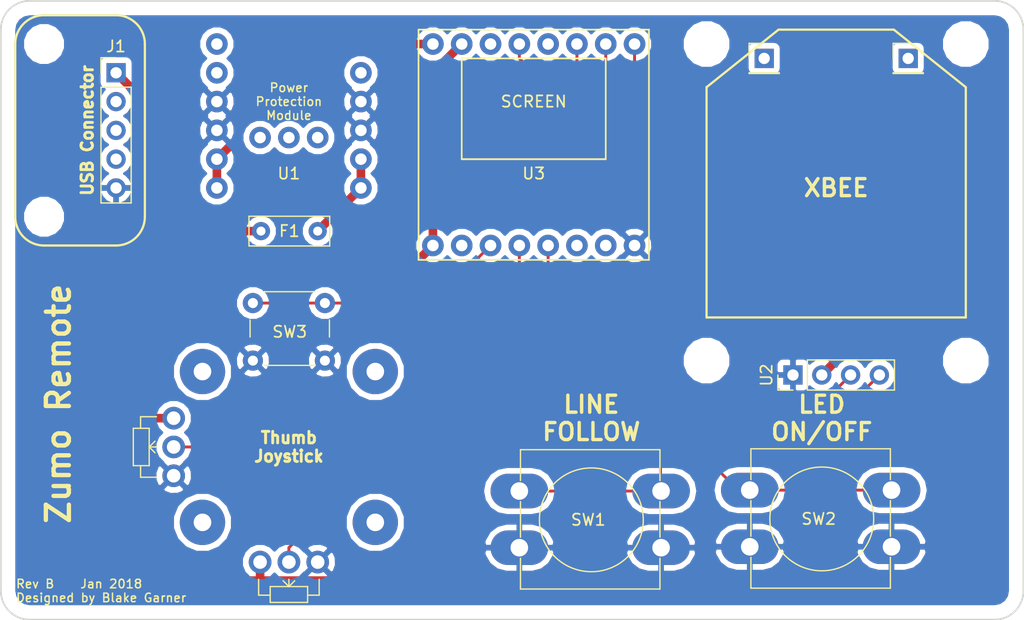
<source format=kicad_pcb>
(kicad_pcb (version 4) (host pcbnew 4.0.6)

  (general
    (links 33)
    (no_connects 0)
    (area 25.324999 25.324999 115.645001 80.085001)
    (thickness 1.6)
    (drawings 30)
    (tracks 70)
    (zones 0)
    (modules 22)
    (nets 13)
  )

  (page A4)
  (layers
    (0 Top mixed)
    (31 Bottom power)
    (32 B.Adhes user)
    (33 F.Adhes user)
    (34 B.Paste user)
    (35 F.Paste user)
    (36 B.SilkS user)
    (37 F.SilkS user)
    (38 B.Mask user)
    (39 F.Mask user)
    (40 Dwgs.User user)
    (41 Cmts.User user)
    (42 Eco1.User user)
    (43 Eco2.User user)
    (44 Edge.Cuts user)
    (45 Margin user)
    (46 B.CrtYd user)
    (47 F.CrtYd user)
    (48 B.Fab user)
    (49 F.Fab user)
  )

  (setup
    (last_trace_width 0.254)
    (user_trace_width 0.1524)
    (user_trace_width 0.254)
    (user_trace_width 0.3048)
    (user_trace_width 0.381)
    (user_trace_width 0.4572)
    (user_trace_width 0.5588)
    (trace_clearance 0.254)
    (zone_clearance 0.508)
    (zone_45_only no)
    (trace_min 0.1524)
    (segment_width 0.2)
    (edge_width 0.15)
    (via_size 0.762)
    (via_drill 0.381)
    (via_min_size 0.6858)
    (via_min_drill 0.3302)
    (user_via 0.6858 0.3302)
    (user_via 0.762 0.381)
    (user_via 0.889 0.4572)
    (user_via 1.016 0.508)
    (user_via 1.27 0.635)
    (user_via 1.524 0.762)
    (uvia_size 0.6858)
    (uvia_drill 0.3302)
    (uvias_allowed no)
    (uvia_min_size 0.2)
    (uvia_min_drill 0.1)
    (pcb_text_width 0.3)
    (pcb_text_size 1.5 1.5)
    (mod_edge_width 0.15)
    (mod_text_size 1 1)
    (mod_text_width 0.15)
    (pad_size 1.7 1.7)
    (pad_drill 1)
    (pad_to_mask_clearance 0.0508)
    (aux_axis_origin 0 0)
    (visible_elements 7FFFFFFF)
    (pcbplotparams
      (layerselection 0x00030_80000001)
      (usegerberextensions false)
      (excludeedgelayer true)
      (linewidth 0.100000)
      (plotframeref false)
      (viasonmask false)
      (mode 1)
      (useauxorigin false)
      (hpglpennumber 1)
      (hpglpenspeed 20)
      (hpglpendiameter 15)
      (hpglpenoverlay 2)
      (psnegative false)
      (psa4output false)
      (plotreference true)
      (plotvalue true)
      (plotinvisibletext false)
      (padsonsilk false)
      (subtractmaskfromsilk false)
      (outputformat 1)
      (mirror false)
      (drillshape 1)
      (scaleselection 1)
      (outputdirectory ""))
  )

  (net 0 "")
  (net 1 VIN)
  (net 2 "Net-(F1-Pad2)")
  (net 3 GND)
  (net 4 JOY_X)
  (net 5 +5V)
  (net 6 JOY_Y)
  (net 7 SW1)
  (net 8 SW2)
  (net 9 SW_JOY)
  (net 10 VCC)
  (net 11 RX)
  (net 12 TX)

  (net_class Default "This is the default net class."
    (clearance 0.254)
    (trace_width 0.254)
    (via_dia 0.762)
    (via_drill 0.381)
    (uvia_dia 0.6858)
    (uvia_drill 0.3302)
    (add_net JOY_X)
    (add_net JOY_Y)
    (add_net RX)
    (add_net SW1)
    (add_net SW2)
    (add_net SW_JOY)
    (add_net TX)
  )

  (net_class Min ""
    (clearance 0.1524)
    (trace_width 0.1524)
    (via_dia 0.6858)
    (via_drill 0.3302)
    (uvia_dia 0.6858)
    (uvia_drill 0.3302)
  )

  (net_class Power ""
    (clearance 0.254)
    (trace_width 0.762)
    (via_dia 1.016)
    (via_drill 0.508)
    (uvia_dia 0.6858)
    (uvia_drill 0.3302)
    (add_net +5V)
    (add_net GND)
    (add_net "Net-(F1-Pad2)")
    (add_net VCC)
    (add_net VIN)
  )

  (module Sparkfun_Modules_BG:Microview (layer Top) (tedit 5A51DE6F) (tstamp 5A51D2C3)
    (at 63.5 46.99 90)
    (path /5A51C286)
    (fp_text reference U3 (at 6.35 8.89 180) (layer F.SilkS)
      (effects (font (size 1 1) (thickness 0.15)))
    )
    (fp_text value Module_Sparkfun_Microview (at 8.89 0 90) (layer F.Fab) hide
      (effects (font (size 1 1) (thickness 0.15)))
    )
    (fp_line (start 20.32 -2.54) (end -2.54 -2.54) (layer F.CrtYd) (width 0.15))
    (fp_line (start 20.32 20.32) (end 20.32 -2.54) (layer F.CrtYd) (width 0.15))
    (fp_line (start -2.54 20.32) (end 20.32 20.32) (layer F.CrtYd) (width 0.15))
    (fp_line (start -2.54 -2.54) (end -2.54 20.32) (layer F.CrtYd) (width 0.15))
    (fp_line (start -1.27 19.05) (end -1.27 -1.27) (layer F.SilkS) (width 0.15))
    (fp_line (start 19.05 19.05) (end -1.27 19.05) (layer F.SilkS) (width 0.15))
    (fp_line (start 19.05 -1.27) (end 19.05 19.05) (layer F.SilkS) (width 0.15))
    (fp_line (start -1.27 -1.27) (end 19.05 -1.27) (layer F.SilkS) (width 0.15))
    (fp_text user SCREEN (at 12.7 8.89 360) (layer F.SilkS)
      (effects (font (size 1 1) (thickness 0.15)))
    )
    (fp_line (start 7.62 15.24) (end 7.62 2.54) (layer F.SilkS) (width 0.15))
    (fp_line (start 16.51 15.24) (end 7.62 15.24) (layer F.SilkS) (width 0.15))
    (fp_line (start 16.51 2.54) (end 16.51 15.24) (layer F.SilkS) (width 0.15))
    (fp_line (start 7.62 2.54) (end 16.51 2.54) (layer F.SilkS) (width 0.15))
    (fp_line (start 7.62 2.54) (end 7.62 15.24) (layer F.SilkS) (width 0.15))
    (pad 1 thru_hole circle (at 0 0 90) (size 1.905 1.905) (drill 1.016) (layers *.Cu *.Mask)
      (net 5 +5V))
    (pad 2 thru_hole circle (at 0 2.54 90) (size 1.905 1.905) (drill 1.016) (layers *.Cu *.Mask))
    (pad 3 thru_hole circle (at 0 5.08 90) (size 1.905 1.905) (drill 1.016) (layers *.Cu *.Mask)
      (net 9 SW_JOY))
    (pad 4 thru_hole circle (at 0 7.62 90) (size 1.905 1.905) (drill 1.016) (layers *.Cu *.Mask)
      (net 6 JOY_Y))
    (pad 5 thru_hole circle (at 0 10.16 90) (size 1.905 1.905) (drill 1.016) (layers *.Cu *.Mask)
      (net 4 JOY_X))
    (pad 6 thru_hole circle (at 0 12.7 90) (size 1.905 1.905) (drill 1.016) (layers *.Cu *.Mask))
    (pad 7 thru_hole circle (at 0 15.24 90) (size 1.905 1.905) (drill 1.016) (layers *.Cu *.Mask))
    (pad 8 thru_hole circle (at 0 17.78 90) (size 1.905 1.905) (drill 1.016) (layers *.Cu *.Mask)
      (net 3 GND))
    (pad 9 thru_hole circle (at 17.78 17.78 90) (size 1.905 1.905) (drill 1.016) (layers *.Cu *.Mask)
      (net 11 RX))
    (pad 10 thru_hole circle (at 17.78 15.24 90) (size 1.905 1.905) (drill 1.016) (layers *.Cu *.Mask)
      (net 12 TX))
    (pad 11 thru_hole circle (at 17.78 12.7 90) (size 1.905 1.905) (drill 1.016) (layers *.Cu *.Mask)
      (net 8 SW2))
    (pad 12 thru_hole circle (at 17.78 10.16 90) (size 1.905 1.905) (drill 1.016) (layers *.Cu *.Mask))
    (pad 13 thru_hole circle (at 17.78 7.62 90) (size 1.905 1.905) (drill 1.016) (layers *.Cu *.Mask)
      (net 7 SW1))
    (pad 14 thru_hole circle (at 17.78 5.08 90) (size 1.905 1.905) (drill 1.016) (layers *.Cu *.Mask))
    (pad 15 thru_hole circle (at 17.78 2.54 90) (size 1.905 1.905) (drill 1.016) (layers *.Cu *.Mask)
      (net 5 +5V))
    (pad 16 thru_hole circle (at 17.78 0 90) (size 1.905 1.905) (drill 1.016) (layers *.Cu *.Mask)
      (net 10 VCC))
  )

  (module Hardware_BG:SW_PUSH-12mm (layer Top) (tedit 5A51DE69) (tstamp 5A51D28D)
    (at 91.44 68.58)
    (descr "SW PUSH 12mm https://www.e-switch.com/system/asset/product_line/data_sheet/143/TL1100.pdf")
    (tags "tact sw push 12mm")
    (path /5A51BEB5)
    (fp_text reference SW2 (at 6.08 2.54 180) (layer F.SilkS)
      (effects (font (size 1 1) (thickness 0.15)))
    )
    (fp_text value SW_Push (at 6.62 9.93) (layer F.Fab) hide
      (effects (font (size 1 1) (thickness 0.15)))
    )
    (fp_line (start 0.25 8.5) (end 12.25 8.5) (layer F.Fab) (width 0.1))
    (fp_line (start 0.25 -3.5) (end 12.25 -3.5) (layer F.Fab) (width 0.1))
    (fp_line (start 12.25 -3.5) (end 12.25 8.5) (layer F.Fab) (width 0.1))
    (fp_text user %R (at 6.35 2.54) (layer F.Fab)
      (effects (font (size 1 1) (thickness 0.15)))
    )
    (fp_line (start 0.1 -3.65) (end 12.4 -3.65) (layer F.SilkS) (width 0.12))
    (fp_line (start 12.4 0.93) (end 12.4 4.07) (layer F.SilkS) (width 0.12))
    (fp_line (start 12.4 8.65) (end 0.1 8.65) (layer F.SilkS) (width 0.12))
    (fp_line (start 0.1 -0.93) (end 0.1 -3.65) (layer F.SilkS) (width 0.12))
    (fp_line (start -1.77 -3.75) (end 14.25 -3.75) (layer F.CrtYd) (width 0.05))
    (fp_line (start -1.77 -3.75) (end -1.77 8.75) (layer F.CrtYd) (width 0.05))
    (fp_line (start 14.25 8.75) (end 14.25 -3.75) (layer F.CrtYd) (width 0.05))
    (fp_line (start 14.25 8.75) (end -1.77 8.75) (layer F.CrtYd) (width 0.05))
    (fp_circle (center 6.35 2.54) (end 10.16 5.08) (layer F.SilkS) (width 0.12))
    (fp_line (start 0.25 -3.5) (end 0.25 8.5) (layer F.Fab) (width 0.1))
    (fp_line (start 0.1 8.65) (end 0.1 5.93) (layer F.SilkS) (width 0.12))
    (fp_line (start 0.1 4.07) (end 0.1 0.93) (layer F.SilkS) (width 0.12))
    (fp_line (start 12.4 5.93) (end 12.4 8.65) (layer F.SilkS) (width 0.12))
    (fp_line (start 12.4 -3.65) (end 12.4 -0.93) (layer F.SilkS) (width 0.12))
    (pad 1 thru_hole oval (at 12.5 0) (size 5.08 3.048) (drill 1.5494) (layers *.Cu *.Mask)
      (net 8 SW2))
    (pad 2 thru_hole oval (at 12.5 5) (size 5.08 3.048) (drill 1.5494) (layers *.Cu *.Mask)
      (net 3 GND))
    (pad 1 thru_hole oval (at 0 0) (size 5.08 3.048) (drill 1.5494) (layers *.Cu *.Mask)
      (net 8 SW2))
    (pad 2 thru_hole oval (at 0 5) (size 5.08 3.048) (drill 1.5494) (layers *.Cu *.Mask)
      (net 3 GND))
    (model ${KISYS3DMOD}/Buttons_Switches_THT.3dshapes/SW_PUSH-12mm.wrl
      (at (xyz 0.248 -0.1 0))
      (scale (xyz 3.93701 3.93701 3.93701))
      (rotate (xyz 0 0 0))
    )
  )

  (module Mounting_Holes:MountingHole_2.5mm (layer Top) (tedit 5A51D856) (tstamp 5A51D809)
    (at 29.21 29.21)
    (descr "Mounting Hole 2.5mm, no annular")
    (tags "mounting hole 2.5mm no annular")
    (attr virtual)
    (fp_text reference REF** (at 0 -3.5) (layer F.SilkS) hide
      (effects (font (size 1 1) (thickness 0.15)))
    )
    (fp_text value MountingHole_2.5mm (at 0 3.5) (layer F.Fab) hide
      (effects (font (size 1 1) (thickness 0.15)))
    )
    (fp_text user %R (at 0.3 0) (layer F.Fab) hide
      (effects (font (size 1 1) (thickness 0.15)))
    )
    (fp_circle (center 0 0) (end 2.5 0) (layer Cmts.User) (width 0.15))
    (fp_circle (center 0 0) (end 2.75 0) (layer F.CrtYd) (width 0.05))
    (pad 1 np_thru_hole circle (at 0 0) (size 2.5 2.5) (drill 2.5) (layers *.Cu *.Mask))
  )

  (module Socket_Strips:Socket_Strip_Straight_1x01_Pitch2.54mm (layer Top) (tedit 5A51D5E2) (tstamp 5A51D716)
    (at 105.41 30.48)
    (descr "Through hole straight socket strip, 1x01, 2.54mm pitch, single row")
    (tags "Through hole socket strip THT 1x01 2.54mm single row")
    (fp_text reference REF** (at 0 -2.33) (layer F.SilkS) hide
      (effects (font (size 1 1) (thickness 0.15)))
    )
    (fp_text value Socket_Strip_Straight_1x01_Pitch2.54mm (at 0 2.33) (layer F.Fab) hide
      (effects (font (size 1 1) (thickness 0.15)))
    )
    (fp_line (start -1.27 -1.27) (end -1.27 1.27) (layer F.Fab) (width 0.1))
    (fp_line (start -1.27 1.27) (end 1.27 1.27) (layer F.Fab) (width 0.1))
    (fp_line (start 1.27 1.27) (end 1.27 -1.27) (layer F.Fab) (width 0.1))
    (fp_line (start 1.27 -1.27) (end -1.27 -1.27) (layer F.Fab) (width 0.1))
    (fp_line (start -1.33 1.27) (end -1.33 1.33) (layer F.SilkS) (width 0.12))
    (fp_line (start -1.33 1.33) (end 1.33 1.33) (layer F.SilkS) (width 0.12))
    (fp_line (start 1.33 1.33) (end 1.33 1.27) (layer F.SilkS) (width 0.12))
    (fp_line (start 1.33 1.27) (end -1.33 1.27) (layer F.SilkS) (width 0.12))
    (fp_line (start -1.33 0) (end -1.33 -1.33) (layer F.SilkS) (width 0.12))
    (fp_line (start -1.33 -1.33) (end 0 -1.33) (layer F.SilkS) (width 0.12))
    (fp_line (start -1.8 -1.8) (end -1.8 1.8) (layer F.CrtYd) (width 0.05))
    (fp_line (start -1.8 1.8) (end 1.8 1.8) (layer F.CrtYd) (width 0.05))
    (fp_line (start 1.8 1.8) (end 1.8 -1.8) (layer F.CrtYd) (width 0.05))
    (fp_line (start 1.8 -1.8) (end -1.8 -1.8) (layer F.CrtYd) (width 0.05))
    (fp_text user %R (at 0 -2.33) (layer F.Fab) hide
      (effects (font (size 1 1) (thickness 0.15)))
    )
    (pad 1 thru_hole rect (at 0 0) (size 1.7 1.7) (drill 1) (layers *.Cu *.Mask))
    (model ${KISYS3DMOD}/Socket_Strips.3dshapes/Socket_Strip_Straight_1x01_Pitch2.54mm.wrl
      (at (xyz 0 0 0))
      (scale (xyz 1 1 1))
      (rotate (xyz 0 0 270))
    )
  )

  (module Mounting_Holes:MountingHole_3mm (layer Top) (tedit 5A51D5CF) (tstamp 5A51D6AE)
    (at 110.49 57.15)
    (descr "Mounting Hole 3mm, no annular")
    (tags "mounting hole 3mm no annular")
    (attr virtual)
    (fp_text reference REF** (at 0 -4) (layer F.SilkS) hide
      (effects (font (size 1 1) (thickness 0.15)))
    )
    (fp_text value MountingHole_3mm (at 0 4) (layer F.Fab) hide
      (effects (font (size 1 1) (thickness 0.15)))
    )
    (fp_text user %R (at 0.3 0) (layer F.Fab) hide
      (effects (font (size 1 1) (thickness 0.15)))
    )
    (fp_circle (center 0 0) (end 3 0) (layer Cmts.User) (width 0.15))
    (fp_circle (center 0 0) (end 3.25 0) (layer F.CrtYd) (width 0.05))
    (pad 1 np_thru_hole circle (at 0 0) (size 3 3) (drill 3) (layers *.Cu *.Mask))
  )

  (module Mounting_Holes:MountingHole_3mm (layer Top) (tedit 5A51D5CD) (tstamp 5A51D6AA)
    (at 87.63 57.15)
    (descr "Mounting Hole 3mm, no annular")
    (tags "mounting hole 3mm no annular")
    (attr virtual)
    (fp_text reference REF** (at 0 -4) (layer F.SilkS) hide
      (effects (font (size 1 1) (thickness 0.15)))
    )
    (fp_text value MountingHole_3mm (at 0 4) (layer F.Fab) hide
      (effects (font (size 1 1) (thickness 0.15)))
    )
    (fp_text user %R (at 0.3 0) (layer F.Fab) hide
      (effects (font (size 1 1) (thickness 0.15)))
    )
    (fp_circle (center 0 0) (end 3 0) (layer Cmts.User) (width 0.15))
    (fp_circle (center 0 0) (end 3.25 0) (layer F.CrtYd) (width 0.05))
    (pad 1 np_thru_hole circle (at 0 0) (size 3 3) (drill 3) (layers *.Cu *.Mask))
  )

  (module Mounting_Holes:MountingHole_3mm (layer Top) (tedit 5A51D5CA) (tstamp 5A51D6A6)
    (at 110.49 29.21)
    (descr "Mounting Hole 3mm, no annular")
    (tags "mounting hole 3mm no annular")
    (attr virtual)
    (fp_text reference REF** (at 0 -4) (layer F.SilkS) hide
      (effects (font (size 1 1) (thickness 0.15)))
    )
    (fp_text value MountingHole_3mm (at 0 4) (layer F.Fab) hide
      (effects (font (size 1 1) (thickness 0.15)))
    )
    (fp_text user %R (at 0.3 0) (layer F.Fab) hide
      (effects (font (size 1 1) (thickness 0.15)))
    )
    (fp_circle (center 0 0) (end 3 0) (layer Cmts.User) (width 0.15))
    (fp_circle (center 0 0) (end 3.25 0) (layer F.CrtYd) (width 0.05))
    (pad 1 np_thru_hole circle (at 0 0) (size 3 3) (drill 3) (layers *.Cu *.Mask))
  )

  (module Wire_Pads:SolderWirePad_single_1-5mmDrill (layer Top) (tedit 5A51D397) (tstamp 5A51D54E)
    (at 59.055 71.0946)
    (fp_text reference REF** (at 0 -3.81) (layer F.SilkS) hide
      (effects (font (size 1 1) (thickness 0.15)))
    )
    (fp_text value "" (at -0.635 3.81) (layer F.Fab)
      (effects (font (size 1 1) (thickness 0.15)))
    )
    (pad 1 thru_hole circle (at -0.635 0.3302) (size 4.0005 4.0005) (drill 1.5494) (layers *.Cu *.Mask))
  )

  (module Wire_Pads:SolderWirePad_single_1-5mmDrill (layer Top) (tedit 5A51D397) (tstamp 5A51D54A)
    (at 43.815 71.0946)
    (fp_text reference REF** (at 0 -3.81) (layer F.SilkS) hide
      (effects (font (size 1 1) (thickness 0.15)))
    )
    (fp_text value "" (at -0.635 3.81) (layer F.Fab)
      (effects (font (size 1 1) (thickness 0.15)))
    )
    (pad 1 thru_hole circle (at -0.635 0.3302) (size 4.0005 4.0005) (drill 1.5494) (layers *.Cu *.Mask))
  )

  (module Wire_Pads:SolderWirePad_single_1-5mmDrill (layer Top) (tedit 5A51D397) (tstamp 5A51D546)
    (at 59.055 57.785)
    (fp_text reference REF** (at 0 -3.81) (layer F.SilkS) hide
      (effects (font (size 1 1) (thickness 0.15)))
    )
    (fp_text value "" (at -0.635 3.81) (layer F.Fab)
      (effects (font (size 1 1) (thickness 0.15)))
    )
    (pad 1 thru_hole circle (at -0.635 0.3302) (size 4.0005 4.0005) (drill 1.5494) (layers *.Cu *.Mask))
  )

  (module Capacitors_THT:C_Disc_D7.0mm_W2.5mm_P5.00mm (layer Top) (tedit 5A51DE4E) (tstamp 5A51D266)
    (at 53.34 45.72 180)
    (descr "C, Disc series, Radial, pin pitch=5.00mm, , diameter*width=7*2.5mm^2, Capacitor, http://cdn-reichelt.de/documents/datenblatt/B300/DS_KERKO_TC.pdf")
    (tags "C Disc series Radial pin pitch 5.00mm  diameter 7mm width 2.5mm Capacitor")
    (path /5A51B18D)
    (fp_text reference F1 (at 2.5 0 180) (layer F.SilkS)
      (effects (font (size 1 1) (thickness 0.15)))
    )
    (fp_text value Polyfuse_Small (at 2.5 2.56 180) (layer F.Fab) hide
      (effects (font (size 1 1) (thickness 0.15)))
    )
    (fp_line (start -1 -1.25) (end -1 1.25) (layer F.Fab) (width 0.1))
    (fp_line (start -1 1.25) (end 6 1.25) (layer F.Fab) (width 0.1))
    (fp_line (start 6 1.25) (end 6 -1.25) (layer F.Fab) (width 0.1))
    (fp_line (start 6 -1.25) (end -1 -1.25) (layer F.Fab) (width 0.1))
    (fp_line (start -1.06 -1.31) (end 6.06 -1.31) (layer F.SilkS) (width 0.12))
    (fp_line (start -1.06 1.31) (end 6.06 1.31) (layer F.SilkS) (width 0.12))
    (fp_line (start -1.06 -1.31) (end -1.06 1.31) (layer F.SilkS) (width 0.12))
    (fp_line (start 6.06 -1.31) (end 6.06 1.31) (layer F.SilkS) (width 0.12))
    (fp_line (start -1.35 -1.6) (end -1.35 1.6) (layer F.CrtYd) (width 0.05))
    (fp_line (start -1.35 1.6) (end 6.35 1.6) (layer F.CrtYd) (width 0.05))
    (fp_line (start 6.35 1.6) (end 6.35 -1.6) (layer F.CrtYd) (width 0.05))
    (fp_line (start 6.35 -1.6) (end -1.35 -1.6) (layer F.CrtYd) (width 0.05))
    (fp_text user %R (at 2.5 0 180) (layer F.Fab)
      (effects (font (size 1 1) (thickness 0.15)))
    )
    (pad 1 thru_hole circle (at 0 0 180) (size 1.6 1.6) (drill 0.8) (layers *.Cu *.Mask)
      (net 1 VIN))
    (pad 2 thru_hole circle (at 5 0 180) (size 1.6 1.6) (drill 0.8) (layers *.Cu *.Mask)
      (net 2 "Net-(F1-Pad2)"))
    (model ${KISYS3DMOD}/Capacitors_THT.3dshapes/C_Disc_D7.0mm_W2.5mm_P5.00mm.wrl
      (at (xyz 0 0 0))
      (scale (xyz 1 1 1))
      (rotate (xyz 0 0 0))
    )
  )

  (module Socket_Strips:Socket_Strip_Straight_1x05_Pitch2.54mm (layer Top) (tedit 5A51D84A) (tstamp 5A51D26F)
    (at 35.56 31.75)
    (descr "Through hole straight socket strip, 1x05, 2.54mm pitch, single row")
    (tags "Through hole socket strip THT 1x05 2.54mm single row")
    (path /5A51B13B)
    (fp_text reference J1 (at 0 -2.33) (layer F.SilkS)
      (effects (font (size 1 1) (thickness 0.15)))
    )
    (fp_text value USB_OTG (at 0 12.49) (layer F.Fab) hide
      (effects (font (size 1 1) (thickness 0.15)))
    )
    (fp_line (start -1.27 -1.27) (end -1.27 11.43) (layer F.Fab) (width 0.1))
    (fp_line (start -1.27 11.43) (end 1.27 11.43) (layer F.Fab) (width 0.1))
    (fp_line (start 1.27 11.43) (end 1.27 -1.27) (layer F.Fab) (width 0.1))
    (fp_line (start 1.27 -1.27) (end -1.27 -1.27) (layer F.Fab) (width 0.1))
    (fp_line (start -1.33 1.27) (end -1.33 11.49) (layer F.SilkS) (width 0.12))
    (fp_line (start -1.33 11.49) (end 1.33 11.49) (layer F.SilkS) (width 0.12))
    (fp_line (start 1.33 11.49) (end 1.33 1.27) (layer F.SilkS) (width 0.12))
    (fp_line (start 1.33 1.27) (end -1.33 1.27) (layer F.SilkS) (width 0.12))
    (fp_line (start -1.33 0) (end -1.33 -1.33) (layer F.SilkS) (width 0.12))
    (fp_line (start -1.33 -1.33) (end 0 -1.33) (layer F.SilkS) (width 0.12))
    (fp_line (start -1.8 -1.8) (end -1.8 11.95) (layer F.CrtYd) (width 0.05))
    (fp_line (start -1.8 11.95) (end 1.8 11.95) (layer F.CrtYd) (width 0.05))
    (fp_line (start 1.8 11.95) (end 1.8 -1.8) (layer F.CrtYd) (width 0.05))
    (fp_line (start 1.8 -1.8) (end -1.8 -1.8) (layer F.CrtYd) (width 0.05))
    (fp_text user %R (at 0 -2.33) (layer F.Fab)
      (effects (font (size 1 1) (thickness 0.15)))
    )
    (pad 1 thru_hole rect (at 0 0) (size 1.7 1.7) (drill 1) (layers *.Cu *.Mask)
      (net 2 "Net-(F1-Pad2)"))
    (pad 2 thru_hole oval (at 0 2.54) (size 1.7 1.7) (drill 1) (layers *.Cu *.Mask))
    (pad 3 thru_hole oval (at 0 5.08) (size 1.7 1.7) (drill 1) (layers *.Cu *.Mask))
    (pad 4 thru_hole oval (at 0 7.62) (size 1.7 1.7) (drill 1) (layers *.Cu *.Mask))
    (pad 5 thru_hole oval (at 0 10.16) (size 1.7 1.7) (drill 1) (layers *.Cu *.Mask)
      (net 3 GND))
    (model ${KISYS3DMOD}/Socket_Strips.3dshapes/Socket_Strip_Straight_1x05_Pitch2.54mm.wrl
      (at (xyz 0 -0.2 0))
      (scale (xyz 1 1 1))
      (rotate (xyz 0 0 270))
    )
  )

  (module Potentiometers:Potentiometer_WirePads_Small (layer Top) (tedit 5A51DE63) (tstamp 5A51D276)
    (at 53.34 74.93 270)
    (descr "Potentiometer, Wire Pads only, small, RevA, 02 Aug 2010,")
    (tags "Potentiometer Wire Pads only small RevA 02 Aug 2010 ")
    (path /5A51BC9F)
    (fp_text reference RV1 (at 1.3 -1.9 270) (layer F.SilkS) hide
      (effects (font (size 1 1) (thickness 0.15)))
    )
    (fp_text value POT (at 1.35 7.15 270) (layer F.Fab) hide
      (effects (font (size 1 1) (thickness 0.15)))
    )
    (fp_line (start 2.92 4.19) (end 2.92 5.21) (layer F.SilkS) (width 0.12))
    (fp_line (start 2.92 5.21) (end 1.52 5.21) (layer F.SilkS) (width 0.12))
    (fp_line (start 2.92 0.89) (end 2.92 -0.13) (layer F.SilkS) (width 0.12))
    (fp_line (start 2.92 -0.13) (end 1.52 -0.13) (layer F.SilkS) (width 0.12))
    (fp_line (start 2.16 2.54) (end 1.52 2.54) (layer F.SilkS) (width 0.12))
    (fp_line (start 2.16 2.54) (end 1.65 3.05) (layer F.SilkS) (width 0.12))
    (fp_line (start 2.16 2.54) (end 1.65 2.03) (layer F.SilkS) (width 0.12))
    (fp_line (start 2.16 0.89) (end 3.56 0.89) (layer F.SilkS) (width 0.12))
    (fp_line (start 3.56 0.89) (end 3.56 4.19) (layer F.SilkS) (width 0.12))
    (fp_line (start 3.56 4.19) (end 2.16 4.19) (layer F.SilkS) (width 0.12))
    (fp_line (start 2.16 4.19) (end 2.16 0.89) (layer F.SilkS) (width 0.12))
    (fp_line (start -1.25 -1.25) (end 3.81 -1.25) (layer F.CrtYd) (width 0.05))
    (fp_line (start -1.25 -1.25) (end -1.25 6.33) (layer F.CrtYd) (width 0.05))
    (fp_line (start 3.81 6.33) (end 3.81 -1.25) (layer F.CrtYd) (width 0.05))
    (fp_line (start 3.81 6.33) (end -1.25 6.33) (layer F.CrtYd) (width 0.05))
    (pad 2 thru_hole circle (at 0 2.54 270) (size 2 2) (drill 1.2) (layers *.Cu *.Mask)
      (net 4 JOY_X))
    (pad 3 thru_hole circle (at 0 5.08 270) (size 2 2) (drill 1.2) (layers *.Cu *.Mask)
      (net 5 +5V))
    (pad 1 thru_hole circle (at 0 0 270) (size 2 2) (drill 1.2) (layers *.Cu *.Mask)
      (net 3 GND))
  )

  (module Potentiometers:Potentiometer_WirePads_Small (layer Top) (tedit 5A51DE60) (tstamp 5A51D27D)
    (at 40.64 67.31 180)
    (descr "Potentiometer, Wire Pads only, small, RevA, 02 Aug 2010,")
    (tags "Potentiometer Wire Pads only small RevA 02 Aug 2010 ")
    (path /5A51BD96)
    (fp_text reference RV2 (at 1.3 -1.9 180) (layer F.SilkS) hide
      (effects (font (size 1 1) (thickness 0.15)))
    )
    (fp_text value POT (at 1.35 7.15 180) (layer F.Fab) hide
      (effects (font (size 1 1) (thickness 0.15)))
    )
    (fp_line (start 2.92 4.19) (end 2.92 5.21) (layer F.SilkS) (width 0.12))
    (fp_line (start 2.92 5.21) (end 1.52 5.21) (layer F.SilkS) (width 0.12))
    (fp_line (start 2.92 0.89) (end 2.92 -0.13) (layer F.SilkS) (width 0.12))
    (fp_line (start 2.92 -0.13) (end 1.52 -0.13) (layer F.SilkS) (width 0.12))
    (fp_line (start 2.16 2.54) (end 1.52 2.54) (layer F.SilkS) (width 0.12))
    (fp_line (start 2.16 2.54) (end 1.65 3.05) (layer F.SilkS) (width 0.12))
    (fp_line (start 2.16 2.54) (end 1.65 2.03) (layer F.SilkS) (width 0.12))
    (fp_line (start 2.16 0.89) (end 3.56 0.89) (layer F.SilkS) (width 0.12))
    (fp_line (start 3.56 0.89) (end 3.56 4.19) (layer F.SilkS) (width 0.12))
    (fp_line (start 3.56 4.19) (end 2.16 4.19) (layer F.SilkS) (width 0.12))
    (fp_line (start 2.16 4.19) (end 2.16 0.89) (layer F.SilkS) (width 0.12))
    (fp_line (start -1.25 -1.25) (end 3.81 -1.25) (layer F.CrtYd) (width 0.05))
    (fp_line (start -1.25 -1.25) (end -1.25 6.33) (layer F.CrtYd) (width 0.05))
    (fp_line (start 3.81 6.33) (end 3.81 -1.25) (layer F.CrtYd) (width 0.05))
    (fp_line (start 3.81 6.33) (end -1.25 6.33) (layer F.CrtYd) (width 0.05))
    (pad 2 thru_hole circle (at 0 2.54 180) (size 2 2) (drill 1.2) (layers *.Cu *.Mask)
      (net 6 JOY_Y))
    (pad 3 thru_hole circle (at 0 5.08 180) (size 2 2) (drill 1.2) (layers *.Cu *.Mask)
      (net 5 +5V))
    (pad 1 thru_hole circle (at 0 0 180) (size 2 2) (drill 1.2) (layers *.Cu *.Mask)
      (net 3 GND))
  )

  (module Hardware_BG:SW_PUSH-12mm (layer Top) (tedit 5A51DE66) (tstamp 5A51D285)
    (at 71.12 68.66)
    (descr "SW PUSH 12mm https://www.e-switch.com/system/asset/product_line/data_sheet/143/TL1100.pdf")
    (tags "tact sw push 12mm")
    (path /5A51BE8A)
    (fp_text reference SW1 (at 6.08 2.54 180) (layer F.SilkS)
      (effects (font (size 1 1) (thickness 0.15)))
    )
    (fp_text value SW_Push (at 6.62 9.93) (layer F.Fab) hide
      (effects (font (size 1 1) (thickness 0.15)))
    )
    (fp_line (start 0.25 8.5) (end 12.25 8.5) (layer F.Fab) (width 0.1))
    (fp_line (start 0.25 -3.5) (end 12.25 -3.5) (layer F.Fab) (width 0.1))
    (fp_line (start 12.25 -3.5) (end 12.25 8.5) (layer F.Fab) (width 0.1))
    (fp_text user %R (at 6.35 2.54) (layer F.Fab)
      (effects (font (size 1 1) (thickness 0.15)))
    )
    (fp_line (start 0.1 -3.65) (end 12.4 -3.65) (layer F.SilkS) (width 0.12))
    (fp_line (start 12.4 0.93) (end 12.4 4.07) (layer F.SilkS) (width 0.12))
    (fp_line (start 12.4 8.65) (end 0.1 8.65) (layer F.SilkS) (width 0.12))
    (fp_line (start 0.1 -0.93) (end 0.1 -3.65) (layer F.SilkS) (width 0.12))
    (fp_line (start -1.77 -3.75) (end 14.25 -3.75) (layer F.CrtYd) (width 0.05))
    (fp_line (start -1.77 -3.75) (end -1.77 8.75) (layer F.CrtYd) (width 0.05))
    (fp_line (start 14.25 8.75) (end 14.25 -3.75) (layer F.CrtYd) (width 0.05))
    (fp_line (start 14.25 8.75) (end -1.77 8.75) (layer F.CrtYd) (width 0.05))
    (fp_circle (center 6.35 2.54) (end 10.16 5.08) (layer F.SilkS) (width 0.12))
    (fp_line (start 0.25 -3.5) (end 0.25 8.5) (layer F.Fab) (width 0.1))
    (fp_line (start 0.1 8.65) (end 0.1 5.93) (layer F.SilkS) (width 0.12))
    (fp_line (start 0.1 4.07) (end 0.1 0.93) (layer F.SilkS) (width 0.12))
    (fp_line (start 12.4 5.93) (end 12.4 8.65) (layer F.SilkS) (width 0.12))
    (fp_line (start 12.4 -3.65) (end 12.4 -0.93) (layer F.SilkS) (width 0.12))
    (pad 1 thru_hole oval (at 12.5 0) (size 5.08 3.048) (drill 1.5494) (layers *.Cu *.Mask)
      (net 7 SW1))
    (pad 2 thru_hole oval (at 12.5 5) (size 5.08 3.048) (drill 1.5494) (layers *.Cu *.Mask)
      (net 3 GND))
    (pad 1 thru_hole oval (at 0 0) (size 5.08 3.048) (drill 1.5494) (layers *.Cu *.Mask)
      (net 7 SW1))
    (pad 2 thru_hole oval (at 0 5) (size 5.08 3.048) (drill 1.5494) (layers *.Cu *.Mask)
      (net 3 GND))
    (model ${KISYS3DMOD}/Buttons_Switches_THT.3dshapes/SW_PUSH-12mm.wrl
      (at (xyz 0.248 -0.1 0))
      (scale (xyz 3.93701 3.93701 3.93701))
      (rotate (xyz 0 0 0))
    )
  )

  (module Hardware_BG:Joy_SW (layer Top) (tedit 5A51DE5D) (tstamp 5A51D295)
    (at 47.625 52.07)
    (descr "tactile push button, 6x6mm e.g. PHAP33xx series, height=4.3mm")
    (tags "tact sw push 6mm")
    (path /5A51BDDB)
    (fp_text reference SW3 (at 3.25 2.54) (layer F.SilkS)
      (effects (font (size 1 1) (thickness 0.15)))
    )
    (fp_text value SW_Push (at 3.75 6.7) (layer F.Fab) hide
      (effects (font (size 1 1) (thickness 0.15)))
    )
    (fp_text user %R (at 3.25 2.25) (layer F.Fab)
      (effects (font (size 1 1) (thickness 0.15)))
    )
    (fp_line (start 3.25 -0.75) (end 6.25 -0.75) (layer F.Fab) (width 0.1))
    (fp_line (start 6.25 -0.75) (end 6.25 5.25) (layer F.Fab) (width 0.1))
    (fp_line (start 6.25 5.25) (end 0.25 5.25) (layer F.Fab) (width 0.1))
    (fp_line (start 0.25 5.25) (end 0.25 -0.75) (layer F.Fab) (width 0.1))
    (fp_line (start 0.25 -0.75) (end 3.25 -0.75) (layer F.Fab) (width 0.1))
    (fp_line (start 7.75 6) (end 8 6) (layer F.CrtYd) (width 0.05))
    (fp_line (start 8 6) (end 8 5.75) (layer F.CrtYd) (width 0.05))
    (fp_line (start 7.75 -1.5) (end 8 -1.5) (layer F.CrtYd) (width 0.05))
    (fp_line (start 8 -1.5) (end 8 -1.25) (layer F.CrtYd) (width 0.05))
    (fp_line (start -1.5 -1.25) (end -1.5 -1.5) (layer F.CrtYd) (width 0.05))
    (fp_line (start -1.5 -1.5) (end -1.25 -1.5) (layer F.CrtYd) (width 0.05))
    (fp_line (start -1.5 5.75) (end -1.5 6) (layer F.CrtYd) (width 0.05))
    (fp_line (start -1.5 6) (end -1.25 6) (layer F.CrtYd) (width 0.05))
    (fp_line (start -1.25 -1.5) (end 7.75 -1.5) (layer F.CrtYd) (width 0.05))
    (fp_line (start -1.5 5.75) (end -1.5 -1.25) (layer F.CrtYd) (width 0.05))
    (fp_line (start 7.75 6) (end -1.25 6) (layer F.CrtYd) (width 0.05))
    (fp_line (start 8 -1.25) (end 8 5.75) (layer F.CrtYd) (width 0.05))
    (fp_line (start 1 5.5) (end 5.5 5.5) (layer F.SilkS) (width 0.12))
    (fp_line (start -0.25 1.5) (end -0.25 3) (layer F.SilkS) (width 0.12))
    (fp_line (start 5.5 -1) (end 1 -1) (layer F.SilkS) (width 0.12))
    (fp_line (start 6.75 3) (end 6.75 1.5) (layer F.SilkS) (width 0.12))
    (fp_circle (center 3.25 2.25) (end 1.25 2.5) (layer F.Fab) (width 0.1))
    (pad 2 thru_hole circle (at 0 5.08 90) (size 1.778 1.778) (drill 0.889) (layers *.Cu *.Mask)
      (net 3 GND))
    (pad 1 thru_hole circle (at 0 0 90) (size 1.778 1.778) (drill 0.889) (layers *.Cu *.Mask)
      (net 9 SW_JOY))
    (pad 2 thru_hole circle (at 6.35 5.08 90) (size 1.778 1.778) (drill 0.889) (layers *.Cu *.Mask)
      (net 3 GND))
    (pad 1 thru_hole circle (at 6.35 0 90) (size 1.778 1.778) (drill 0.889) (layers *.Cu *.Mask)
      (net 9 SW_JOY))
    (model ${KISYS3DMOD}/Buttons_Switches_THT.3dshapes/SW_PUSH_6mm_h4.3mm.wrl
      (at (xyz 0.005 0 0))
      (scale (xyz 0.3937 0.3937 0.3937))
      (rotate (xyz 0 0 0))
    )
  )

  (module Pololu_BG:Pololu_2810_2811 (layer Top) (tedit 5A51DE58) (tstamp 5A51D2A7)
    (at 44.45 29.21)
    (path /5A51E6D8)
    (fp_text reference U1 (at 6.35 11.43) (layer F.SilkS)
      (effects (font (size 1 1) (thickness 0.15)))
    )
    (fp_text value PowerModule_Pololu_281x (at 6.35 3.81) (layer F.Fab) hide
      (effects (font (size 1 1) (thickness 0.15)))
    )
    (fp_line (start 13.97 -1.27) (end -1.27 -1.27) (layer F.Fab) (width 0.15))
    (fp_line (start 13.97 0) (end 13.97 -1.27) (layer F.Fab) (width 0.15))
    (fp_line (start 13.97 13.97) (end 13.97 0) (layer F.Fab) (width 0.15))
    (fp_line (start -1.27 13.97) (end 13.97 13.97) (layer F.Fab) (width 0.15))
    (fp_line (start -1.27 -1.27) (end -1.27 13.97) (layer F.Fab) (width 0.15))
    (pad 1 thru_hole circle (at 0 0) (size 1.905 1.905) (drill 1.016) (layers *.Cu *.Mask))
    (pad 2 thru_hole circle (at 0 2.54) (size 1.905 1.905) (drill 1.016) (layers *.Cu *.Mask))
    (pad 3 thru_hole circle (at 0 5.08) (size 1.905 1.905) (drill 1.016) (layers *.Cu *.Mask)
      (net 3 GND))
    (pad 4 thru_hole circle (at 0 7.62) (size 1.905 1.905) (drill 1.016) (layers *.Cu *.Mask)
      (net 3 GND))
    (pad 5 thru_hole circle (at 0 10.16) (size 1.905 1.905) (drill 1.016) (layers *.Cu *.Mask)
      (net 10 VCC))
    (pad 6 thru_hole circle (at 0 12.7) (size 1.905 1.905) (drill 1.016) (layers *.Cu *.Mask)
      (net 10 VCC))
    (pad 7 thru_hole circle (at 12.7 12.7) (size 1.905 1.905) (drill 1.016) (layers *.Cu *.Mask)
      (net 1 VIN))
    (pad 8 thru_hole circle (at 12.7 10.16) (size 1.905 1.905) (drill 1.016) (layers *.Cu *.Mask)
      (net 1 VIN))
    (pad 9 thru_hole circle (at 12.7 7.62) (size 1.905 1.905) (drill 1.016) (layers *.Cu *.Mask)
      (net 3 GND))
    (pad 10 thru_hole circle (at 12.7 5.08) (size 1.905 1.905) (drill 1.016) (layers *.Cu *.Mask)
      (net 3 GND))
    (pad 11 thru_hole circle (at 12.7 2.54) (size 1.905 1.905) (drill 1.016) (layers *.Cu *.Mask))
    (pad 12 thru_hole circle (at 3.81 8.255) (size 1.905 1.905) (drill 1.016) (layers *.Cu *.Mask))
    (pad 13 thru_hole circle (at 6.35 8.255) (size 1.905 1.905) (drill 1.016) (layers *.Cu *.Mask))
    (pad 14 thru_hole circle (at 8.89 8.255) (size 1.905 1.905) (drill 1.016) (layers *.Cu *.Mask))
  )

  (module Socket_Strips:Socket_Strip_Straight_1x04_Pitch2.54mm (layer Top) (tedit 5A51DE6B) (tstamp 5A51D2AF)
    (at 95.25 58.42 90)
    (descr "Through hole straight socket strip, 1x04, 2.54mm pitch, single row")
    (tags "Through hole socket strip THT 1x04 2.54mm single row")
    (path /5A51C31F)
    (fp_text reference U2 (at 0 -2.33 90) (layer F.SilkS)
      (effects (font (size 1 1) (thickness 0.15)))
    )
    (fp_text value XbeeExplorer (at 0 9.95 90) (layer F.Fab) hide
      (effects (font (size 1 1) (thickness 0.15)))
    )
    (fp_line (start -1.27 -1.27) (end -1.27 8.89) (layer F.Fab) (width 0.1))
    (fp_line (start -1.27 8.89) (end 1.27 8.89) (layer F.Fab) (width 0.1))
    (fp_line (start 1.27 8.89) (end 1.27 -1.27) (layer F.Fab) (width 0.1))
    (fp_line (start 1.27 -1.27) (end -1.27 -1.27) (layer F.Fab) (width 0.1))
    (fp_line (start -1.33 1.27) (end -1.33 8.95) (layer F.SilkS) (width 0.12))
    (fp_line (start -1.33 8.95) (end 1.33 8.95) (layer F.SilkS) (width 0.12))
    (fp_line (start 1.33 8.95) (end 1.33 1.27) (layer F.SilkS) (width 0.12))
    (fp_line (start 1.33 1.27) (end -1.33 1.27) (layer F.SilkS) (width 0.12))
    (fp_line (start -1.33 0) (end -1.33 -1.33) (layer F.SilkS) (width 0.12))
    (fp_line (start -1.33 -1.33) (end 0 -1.33) (layer F.SilkS) (width 0.12))
    (fp_line (start -1.8 -1.8) (end -1.8 9.4) (layer F.CrtYd) (width 0.05))
    (fp_line (start -1.8 9.4) (end 1.8 9.4) (layer F.CrtYd) (width 0.05))
    (fp_line (start 1.8 9.4) (end 1.8 -1.8) (layer F.CrtYd) (width 0.05))
    (fp_line (start 1.8 -1.8) (end -1.8 -1.8) (layer F.CrtYd) (width 0.05))
    (fp_text user %R (at 0 -2.33 90) (layer F.Fab)
      (effects (font (size 1 1) (thickness 0.15)))
    )
    (pad 1 thru_hole rect (at 0 0 90) (size 1.7 1.7) (drill 1) (layers *.Cu *.Mask)
      (net 3 GND))
    (pad 2 thru_hole oval (at 0 2.54 90) (size 1.7 1.7) (drill 1) (layers *.Cu *.Mask)
      (net 5 +5V))
    (pad 3 thru_hole oval (at 0 5.08 90) (size 1.7 1.7) (drill 1) (layers *.Cu *.Mask)
      (net 11 RX))
    (pad 4 thru_hole oval (at 0 7.62 90) (size 1.7 1.7) (drill 1) (layers *.Cu *.Mask)
      (net 12 TX))
    (model ${KISYS3DMOD}/Socket_Strips.3dshapes/Socket_Strip_Straight_1x04_Pitch2.54mm.wrl
      (at (xyz 0 -0.15 0))
      (scale (xyz 1 1 1))
      (rotate (xyz 0 0 270))
    )
  )

  (module Wire_Pads:SolderWirePad_single_1-5mmDrill (layer Top) (tedit 5A51D397) (tstamp 5A51D53A)
    (at 43.815 57.785)
    (fp_text reference REF** (at 0 -3.81) (layer F.SilkS) hide
      (effects (font (size 1 1) (thickness 0.15)))
    )
    (fp_text value "" (at -0.635 3.81) (layer F.Fab)
      (effects (font (size 1 1) (thickness 0.15)))
    )
    (pad 1 thru_hole circle (at -0.635 0.3302) (size 4.0005 4.0005) (drill 1.5494) (layers *.Cu *.Mask))
  )

  (module Socket_Strips:Socket_Strip_Straight_1x01_Pitch2.54mm (layer Top) (tedit 5A51D5E2) (tstamp 5A51D662)
    (at 92.71 30.48)
    (descr "Through hole straight socket strip, 1x01, 2.54mm pitch, single row")
    (tags "Through hole socket strip THT 1x01 2.54mm single row")
    (fp_text reference REF** (at 0 -2.33) (layer F.SilkS) hide
      (effects (font (size 1 1) (thickness 0.15)))
    )
    (fp_text value Socket_Strip_Straight_1x01_Pitch2.54mm (at 0 2.33) (layer F.Fab) hide
      (effects (font (size 1 1) (thickness 0.15)))
    )
    (fp_line (start -1.27 -1.27) (end -1.27 1.27) (layer F.Fab) (width 0.1))
    (fp_line (start -1.27 1.27) (end 1.27 1.27) (layer F.Fab) (width 0.1))
    (fp_line (start 1.27 1.27) (end 1.27 -1.27) (layer F.Fab) (width 0.1))
    (fp_line (start 1.27 -1.27) (end -1.27 -1.27) (layer F.Fab) (width 0.1))
    (fp_line (start -1.33 1.27) (end -1.33 1.33) (layer F.SilkS) (width 0.12))
    (fp_line (start -1.33 1.33) (end 1.33 1.33) (layer F.SilkS) (width 0.12))
    (fp_line (start 1.33 1.33) (end 1.33 1.27) (layer F.SilkS) (width 0.12))
    (fp_line (start 1.33 1.27) (end -1.33 1.27) (layer F.SilkS) (width 0.12))
    (fp_line (start -1.33 0) (end -1.33 -1.33) (layer F.SilkS) (width 0.12))
    (fp_line (start -1.33 -1.33) (end 0 -1.33) (layer F.SilkS) (width 0.12))
    (fp_line (start -1.8 -1.8) (end -1.8 1.8) (layer F.CrtYd) (width 0.05))
    (fp_line (start -1.8 1.8) (end 1.8 1.8) (layer F.CrtYd) (width 0.05))
    (fp_line (start 1.8 1.8) (end 1.8 -1.8) (layer F.CrtYd) (width 0.05))
    (fp_line (start 1.8 -1.8) (end -1.8 -1.8) (layer F.CrtYd) (width 0.05))
    (fp_text user %R (at 0 -2.33) (layer F.Fab) hide
      (effects (font (size 1 1) (thickness 0.15)))
    )
    (pad 1 thru_hole rect (at 0 0) (size 1.7 1.7) (drill 1) (layers *.Cu *.Mask))
    (model ${KISYS3DMOD}/Socket_Strips.3dshapes/Socket_Strip_Straight_1x01_Pitch2.54mm.wrl
      (at (xyz 0 0 0))
      (scale (xyz 1 1 1))
      (rotate (xyz 0 0 270))
    )
  )

  (module Mounting_Holes:MountingHole_3mm (layer Top) (tedit 5A51D5DF) (tstamp 5A51D6A3)
    (at 87.63 29.21)
    (descr "Mounting Hole 3mm, no annular")
    (tags "mounting hole 3mm no annular")
    (attr virtual)
    (fp_text reference REF** (at 0 -4) (layer F.SilkS) hide
      (effects (font (size 1 1) (thickness 0.15)))
    )
    (fp_text value MountingHole_3mm (at 0 4) (layer F.Fab) hide
      (effects (font (size 1 1) (thickness 0.15)))
    )
    (fp_text user %R (at 0.3 0) (layer F.Fab) hide
      (effects (font (size 1 1) (thickness 0.15)))
    )
    (fp_circle (center 0 0) (end 3 0) (layer Cmts.User) (width 0.15))
    (fp_circle (center 0 0) (end 3.25 0) (layer F.CrtYd) (width 0.05))
    (pad 1 np_thru_hole circle (at 0 0) (size 3 3) (drill 3) (layers *.Cu *.Mask))
  )

  (module Mounting_Holes:MountingHole_2.5mm (layer Top) (tedit 5A51D85B) (tstamp 5A51D7D7)
    (at 29.21 44.45)
    (descr "Mounting Hole 2.5mm, no annular")
    (tags "mounting hole 2.5mm no annular")
    (attr virtual)
    (fp_text reference REF** (at 0 -3.5) (layer F.SilkS) hide
      (effects (font (size 1 1) (thickness 0.15)))
    )
    (fp_text value MountingHole_2.5mm (at 0 3.5) (layer F.Fab) hide
      (effects (font (size 1 1) (thickness 0.15)))
    )
    (fp_text user %R (at 0.3 0) (layer F.Fab) hide
      (effects (font (size 1 1) (thickness 0.15)))
    )
    (fp_circle (center 0 0) (end 2.5 0) (layer Cmts.User) (width 0.15))
    (fp_circle (center 0 0) (end 2.75 0) (layer F.CrtYd) (width 0.05))
    (pad 1 np_thru_hole circle (at 0 0) (size 2.5 2.5) (drill 2.5) (layers *.Cu *.Mask))
  )

  (gr_text "Zumo Remote" (at 30.48 60.96 90) (layer F.SilkS)
    (effects (font (size 2.032 2.032) (thickness 0.381)))
  )
  (gr_text "Rev B    Jan 2018\nDesigned by Blake Garner" (at 26.67 77.47) (layer F.SilkS)
    (effects (font (size 0.762 0.762) (thickness 0.127)) (justify left))
  )
  (gr_text "Power\nProtection\nModule" (at 50.8 34.29) (layer F.SilkS)
    (effects (font (size 0.762 0.762) (thickness 0.127)))
  )
  (gr_text "USB Connector" (at 33.02 36.83 90) (layer F.SilkS)
    (effects (font (size 1.016 1.016) (thickness 0.254)))
  )
  (gr_arc (start 27.94 77.47) (end 27.94 80.01) (angle 90) (layer Edge.Cuts) (width 0.15))
  (gr_arc (start 27.94 27.94) (end 25.4 27.94) (angle 90) (layer Edge.Cuts) (width 0.15))
  (gr_arc (start 113.03 27.94) (end 113.03 25.4) (angle 90) (layer Edge.Cuts) (width 0.15))
  (gr_arc (start 113.03 77.47) (end 115.57 77.47) (angle 90) (layer Edge.Cuts) (width 0.15))
  (gr_line (start 115.57 27.94) (end 115.57 77.47) (layer Edge.Cuts) (width 0.15))
  (gr_line (start 113.03 25.4) (end 27.94 25.4) (layer Edge.Cuts) (width 0.15))
  (gr_line (start 25.4 77.47) (end 25.4 27.94) (layer Edge.Cuts) (width 0.15))
  (gr_line (start 113.03 80.01) (end 27.94 80.01) (layer Edge.Cuts) (width 0.15))
  (gr_arc (start 29.21 44.45) (end 29.21 46.99) (angle 90) (layer F.SilkS) (width 0.2))
  (gr_arc (start 29.21 29.21) (end 26.67 29.21) (angle 90) (layer F.SilkS) (width 0.2))
  (gr_arc (start 35.56 29.21) (end 35.56 26.67) (angle 90) (layer F.SilkS) (width 0.2))
  (gr_arc (start 35.56 44.45) (end 38.1 44.45) (angle 90) (layer F.SilkS) (width 0.2))
  (gr_line (start 26.67 44.45) (end 26.67 29.21) (layer F.SilkS) (width 0.2))
  (gr_line (start 29.21 26.67) (end 35.56 26.67) (layer F.SilkS) (width 0.2))
  (gr_line (start 38.1 44.45) (end 38.1 29.21) (layer F.SilkS) (width 0.2))
  (gr_line (start 29.21 46.99) (end 35.56 46.99) (layer F.SilkS) (width 0.2))
  (gr_text XBEE (at 99.06 41.91) (layer F.SilkS)
    (effects (font (size 1.5 1.5) (thickness 0.3)))
  )
  (gr_line (start 110.49 53.34) (end 87.63 53.34) (layer F.SilkS) (width 0.2))
  (gr_line (start 110.49 33.02) (end 110.49 53.34) (layer F.SilkS) (width 0.2))
  (gr_line (start 104.14 27.94) (end 110.49 33.02) (layer F.SilkS) (width 0.2))
  (gr_line (start 93.98 27.94) (end 104.14 27.94) (layer F.SilkS) (width 0.2))
  (gr_line (start 87.63 33.02) (end 93.98 27.94) (layer F.SilkS) (width 0.2))
  (gr_line (start 87.63 53.34) (end 87.63 33.02) (layer F.SilkS) (width 0.2))
  (gr_text "LED\nON/OFF" (at 97.79 62.23) (layer F.SilkS)
    (effects (font (size 1.5 1.5) (thickness 0.3)))
  )
  (gr_text "LINE\nFOLLOW" (at 77.47 62.23) (layer F.SilkS)
    (effects (font (size 1.5 1.5) (thickness 0.3)))
  )
  (gr_text "Thumb\nJoystick" (at 50.8 64.77) (layer F.SilkS)
    (effects (font (size 1.016 1.016) (thickness 0.254)))
  )

  (segment (start 57.15 41.91) (end 57.15 39.37) (width 0.762) (layer Top) (net 1))
  (segment (start 53.34 45.72) (end 57.15 41.91) (width 0.762) (layer Top) (net 1))
  (segment (start 48.34 45.72) (end 44.45 45.72) (width 0.762) (layer Top) (net 2))
  (segment (start 39.37 35.56) (end 35.56 31.75) (width 0.762) (layer Top) (net 2))
  (segment (start 44.45 45.72) (end 39.37 40.64) (width 0.762) (layer Top) (net 2))
  (segment (start 39.37 40.64) (end 39.37 35.56) (width 0.762) (layer Top) (net 2))
  (segment (start 50.8 74.93) (end 50.8 73.66) (width 0.254) (layer Top) (net 4))
  (segment (start 50.8 73.66) (end 73.66 50.8) (width 0.254) (layer Top) (net 4))
  (segment (start 73.66 50.8) (end 73.66 46.99) (width 0.254) (layer Top) (net 4))
  (segment (start 97.79 58.42) (end 99.822 56.388) (width 0.762) (layer Top) (net 5))
  (segment (start 103.886 56.388) (end 108.458 60.96) (width 0.762) (layer Top) (net 5))
  (segment (start 108.458 74.168) (end 106.060999 76.565001) (width 0.762) (layer Top) (net 5))
  (segment (start 99.822 56.388) (end 103.886 56.388) (width 0.762) (layer Top) (net 5))
  (segment (start 108.458 60.96) (end 108.458 74.168) (width 0.762) (layer Top) (net 5))
  (segment (start 106.060999 76.565001) (end 48.480788 76.565001) (width 0.762) (layer Top) (net 5))
  (segment (start 48.480788 76.565001) (end 48.26 76.344213) (width 0.762) (layer Top) (net 5))
  (segment (start 48.26 74.93) (end 48.26 76.344213) (width 0.762) (layer Top) (net 5))
  (segment (start 48.26 76.344213) (end 48.039212 76.565001) (width 0.762) (layer Top) (net 5))
  (segment (start 48.039212 76.565001) (end 43.545001 76.565001) (width 0.762) (layer Top) (net 5))
  (segment (start 43.545001 76.565001) (end 38.1 71.12) (width 0.762) (layer Top) (net 5))
  (segment (start 38.1 71.12) (end 38.1 63.5) (width 0.762) (layer Top) (net 5))
  (segment (start 38.1 63.5) (end 38.1 62.23) (width 0.762) (layer Top) (net 5))
  (segment (start 38.1 62.23) (end 40.64 62.23) (width 0.762) (layer Top) (net 5))
  (segment (start 63.5 46.99) (end 61.468 49.022) (width 0.762) (layer Top) (net 5))
  (segment (start 61.468 49.022) (end 44.196 49.022) (width 0.762) (layer Top) (net 5))
  (segment (start 44.196 49.022) (end 38.1 55.118) (width 0.762) (layer Top) (net 5))
  (segment (start 38.1 55.118) (end 38.1 63.5) (width 0.762) (layer Top) (net 5))
  (segment (start 63.5 46.99) (end 63.5 41.91) (width 0.762) (layer Top) (net 5))
  (segment (start 63.5 41.91) (end 63.5 31.75) (width 0.762) (layer Top) (net 5))
  (segment (start 63.5 31.75) (end 66.04 29.21) (width 0.762) (layer Top) (net 5))
  (segment (start 40.64 64.77) (end 58.42 64.77) (width 0.254) (layer Top) (net 6))
  (segment (start 58.42 64.77) (end 71.12 52.07) (width 0.254) (layer Top) (net 6))
  (segment (start 71.12 52.07) (end 71.12 48.337038) (width 0.254) (layer Top) (net 6))
  (segment (start 71.12 48.337038) (end 71.12 46.99) (width 0.254) (layer Top) (net 6))
  (segment (start 83.62 68.66) (end 83.566 68.606) (width 0.254) (layer Top) (net 7))
  (segment (start 83.566 68.606) (end 83.566 42.926) (width 0.254) (layer Top) (net 7))
  (segment (start 83.566 42.926) (end 71.12 30.48) (width 0.254) (layer Top) (net 7))
  (segment (start 71.12 30.48) (end 71.12 29.21) (width 0.254) (layer Top) (net 7))
  (segment (start 84.636 68.66) (end 83.62 68.66) (width 0.254) (layer Top) (net 7))
  (segment (start 71.12 68.66) (end 73.914 68.66) (width 0.254) (layer Top) (net 7))
  (segment (start 73.914 68.66) (end 83.62 68.66) (width 0.254) (layer Top) (net 7))
  (segment (start 91.44 68.58) (end 90.424 68.58) (width 0.254) (layer Top) (net 8))
  (segment (start 90.424 68.58) (end 84.074011 62.230011) (width 0.254) (layer Top) (net 8))
  (segment (start 84.074011 62.230011) (end 84.074011 40.386011) (width 0.254) (layer Top) (net 8))
  (segment (start 84.074011 40.386011) (end 76.2 32.512) (width 0.254) (layer Top) (net 8))
  (segment (start 76.2 32.512) (end 76.2 29.21) (width 0.254) (layer Top) (net 8))
  (segment (start 103.94 68.58) (end 101.146 68.58) (width 0.254) (layer Top) (net 8))
  (segment (start 101.146 68.58) (end 91.44 68.58) (width 0.254) (layer Top) (net 8))
  (segment (start 76.2 28.448) (end 76.2 29.21) (width 0.254) (layer Top) (net 8))
  (segment (start 53.975 52.07) (end 47.625 52.07) (width 0.254) (layer Top) (net 9))
  (segment (start 53.975 52.07) (end 63.5 52.07) (width 0.254) (layer Top) (net 9))
  (segment (start 63.5 52.07) (end 68.58 46.99) (width 0.254) (layer Top) (net 9))
  (segment (start 44.45 39.37) (end 46.355 37.465) (width 0.762) (layer Top) (net 10))
  (segment (start 46.355 37.465) (end 46.355 34.925) (width 0.762) (layer Top) (net 10))
  (segment (start 46.355 34.925) (end 52.07 29.21) (width 0.762) (layer Top) (net 10))
  (segment (start 52.07 29.21) (end 62.152962 29.21) (width 0.762) (layer Top) (net 10))
  (segment (start 62.152962 29.21) (end 63.5 29.21) (width 0.762) (layer Top) (net 10))
  (segment (start 44.45 41.91) (end 44.45 39.37) (width 0.762) (layer Top) (net 10))
  (segment (start 100.33 58.42) (end 95.758 62.992) (width 0.254) (layer Top) (net 11))
  (segment (start 95.758 62.992) (end 86.868 62.992) (width 0.254) (layer Top) (net 11))
  (segment (start 86.868 62.992) (end 85.090031 61.214031) (width 0.254) (layer Top) (net 11))
  (segment (start 85.090031 61.214031) (end 85.090031 35.814031) (width 0.254) (layer Top) (net 11))
  (segment (start 85.090031 35.814031) (end 81.28 32.004) (width 0.254) (layer Top) (net 11))
  (segment (start 81.28 32.004) (end 81.28 29.21) (width 0.254) (layer Top) (net 11))
  (segment (start 102.87 58.42) (end 97.282 64.008) (width 0.254) (layer Top) (net 12))
  (segment (start 97.282 64.008) (end 86.868 64.008) (width 0.254) (layer Top) (net 12))
  (segment (start 86.868 64.008) (end 84.58202 61.72202) (width 0.254) (layer Top) (net 12))
  (segment (start 84.58202 61.72202) (end 84.58202 37.84602) (width 0.254) (layer Top) (net 12))
  (segment (start 78.74 32.004) (end 78.74 29.21) (width 0.254) (layer Top) (net 12))
  (segment (start 84.58202 37.84602) (end 78.74 32.004) (width 0.254) (layer Top) (net 12))

  (zone (net 3) (net_name GND) (layer Bottom) (tstamp 0) (hatch edge 0.508)
    (connect_pads (clearance 0.508))
    (min_thickness 0.254)
    (fill yes (arc_segments 16) (thermal_gap 0.508) (thermal_bridge_width 0.508) (smoothing fillet) (radius 1.27))
    (polygon
      (pts
        (xy 26.67 26.67) (xy 114.3 26.67) (xy 114.3 78.74) (xy 26.67 78.74)
      )
    )
    (filled_polygon
      (pts
        (xy 113.466455 26.886305) (xy 113.836464 27.133536) (xy 114.083695 27.503545) (xy 114.173 27.952509) (xy 114.173 77.457491)
        (xy 114.083695 77.906455) (xy 113.836464 78.276464) (xy 113.466455 78.523695) (xy 113.017491 78.613) (xy 27.952509 78.613)
        (xy 27.503545 78.523695) (xy 27.133536 78.276464) (xy 26.886305 77.906455) (xy 26.797 77.457491) (xy 26.797 75.253795)
        (xy 46.624716 75.253795) (xy 46.873106 75.854943) (xy 47.332637 76.315278) (xy 47.933352 76.564716) (xy 48.583795 76.565284)
        (xy 49.184943 76.316894) (xy 49.530199 75.972241) (xy 49.872637 76.315278) (xy 50.473352 76.564716) (xy 51.123795 76.565284)
        (xy 51.724943 76.316894) (xy 51.959715 76.082532) (xy 52.367073 76.082532) (xy 52.465736 76.349387) (xy 53.075461 76.575908)
        (xy 53.72546 76.551856) (xy 54.214264 76.349387) (xy 54.312927 76.082532) (xy 53.34 75.109605) (xy 52.367073 76.082532)
        (xy 51.959715 76.082532) (xy 52.152562 75.890022) (xy 52.187468 75.902927) (xy 53.160395 74.93) (xy 53.519605 74.93)
        (xy 54.492532 75.902927) (xy 54.759387 75.804264) (xy 54.985908 75.194539) (xy 54.961856 74.54454) (xy 54.787081 74.122594)
        (xy 67.995141 74.122594) (xy 68.060743 74.368881) (xy 68.487554 75.096841) (xy 69.160454 75.606055) (xy 69.977 75.819)
        (xy 70.993 75.819) (xy 70.993 73.787) (xy 71.247 73.787) (xy 71.247 75.819) (xy 72.263 75.819)
        (xy 73.079546 75.606055) (xy 73.752446 75.096841) (xy 74.179257 74.368881) (xy 74.244859 74.122594) (xy 80.495141 74.122594)
        (xy 80.560743 74.368881) (xy 80.987554 75.096841) (xy 81.660454 75.606055) (xy 82.477 75.819) (xy 83.493 75.819)
        (xy 83.493 73.787) (xy 83.747 73.787) (xy 83.747 75.819) (xy 84.763 75.819) (xy 85.579546 75.606055)
        (xy 86.252446 75.096841) (xy 86.679257 74.368881) (xy 86.744859 74.122594) (xy 86.718007 74.042594) (xy 88.315141 74.042594)
        (xy 88.380743 74.288881) (xy 88.807554 75.016841) (xy 89.480454 75.526055) (xy 90.297 75.739) (xy 91.313 75.739)
        (xy 91.313 73.707) (xy 91.567 73.707) (xy 91.567 75.739) (xy 92.583 75.739) (xy 93.399546 75.526055)
        (xy 94.072446 75.016841) (xy 94.499257 74.288881) (xy 94.564859 74.042594) (xy 100.815141 74.042594) (xy 100.880743 74.288881)
        (xy 101.307554 75.016841) (xy 101.980454 75.526055) (xy 102.797 75.739) (xy 103.813 75.739) (xy 103.813 73.707)
        (xy 104.067 73.707) (xy 104.067 75.739) (xy 105.083 75.739) (xy 105.899546 75.526055) (xy 106.572446 75.016841)
        (xy 106.999257 74.288881) (xy 107.064859 74.042594) (xy 106.952214 73.707) (xy 104.067 73.707) (xy 103.813 73.707)
        (xy 100.927786 73.707) (xy 100.815141 74.042594) (xy 94.564859 74.042594) (xy 94.452214 73.707) (xy 91.567 73.707)
        (xy 91.313 73.707) (xy 88.427786 73.707) (xy 88.315141 74.042594) (xy 86.718007 74.042594) (xy 86.632214 73.787)
        (xy 83.747 73.787) (xy 83.493 73.787) (xy 80.607786 73.787) (xy 80.495141 74.122594) (xy 74.244859 74.122594)
        (xy 74.132214 73.787) (xy 71.247 73.787) (xy 70.993 73.787) (xy 68.107786 73.787) (xy 67.995141 74.122594)
        (xy 54.787081 74.122594) (xy 54.759387 74.055736) (xy 54.492532 73.957073) (xy 53.519605 74.93) (xy 53.160395 74.93)
        (xy 52.187468 73.957073) (xy 52.152062 73.970164) (xy 51.959703 73.777468) (xy 52.367073 73.777468) (xy 53.34 74.750395)
        (xy 54.312927 73.777468) (xy 54.214264 73.510613) (xy 53.604539 73.284092) (xy 52.95454 73.308144) (xy 52.465736 73.510613)
        (xy 52.367073 73.777468) (xy 51.959703 73.777468) (xy 51.727363 73.544722) (xy 51.126648 73.295284) (xy 50.476205 73.294716)
        (xy 49.875057 73.543106) (xy 49.529801 73.887759) (xy 49.187363 73.544722) (xy 48.586648 73.295284) (xy 47.936205 73.294716)
        (xy 47.335057 73.543106) (xy 46.874722 74.002637) (xy 46.625284 74.603352) (xy 46.624716 75.253795) (xy 26.797 75.253795)
        (xy 26.797 71.946684) (xy 40.544293 71.946684) (xy 40.944641 72.915599) (xy 41.685302 73.657554) (xy 42.653517 74.059592)
        (xy 43.701884 74.060507) (xy 44.670799 73.660159) (xy 45.412754 72.919498) (xy 45.814792 71.951283) (xy 45.814796 71.946684)
        (xy 55.784293 71.946684) (xy 56.184641 72.915599) (xy 56.925302 73.657554) (xy 57.893517 74.059592) (xy 58.941884 74.060507)
        (xy 59.910799 73.660159) (xy 60.37436 73.197406) (xy 67.995141 73.197406) (xy 68.107786 73.533) (xy 70.993 73.533)
        (xy 70.993 71.501) (xy 71.247 71.501) (xy 71.247 73.533) (xy 74.132214 73.533) (xy 74.244859 73.197406)
        (xy 80.495141 73.197406) (xy 80.607786 73.533) (xy 83.493 73.533) (xy 83.493 71.501) (xy 83.747 71.501)
        (xy 83.747 73.533) (xy 86.632214 73.533) (xy 86.744859 73.197406) (xy 86.72355 73.117406) (xy 88.315141 73.117406)
        (xy 88.427786 73.453) (xy 91.313 73.453) (xy 91.313 71.421) (xy 91.567 71.421) (xy 91.567 73.453)
        (xy 94.452214 73.453) (xy 94.564859 73.117406) (xy 100.815141 73.117406) (xy 100.927786 73.453) (xy 103.813 73.453)
        (xy 103.813 71.421) (xy 104.067 71.421) (xy 104.067 73.453) (xy 106.952214 73.453) (xy 107.064859 73.117406)
        (xy 106.999257 72.871119) (xy 106.572446 72.143159) (xy 105.899546 71.633945) (xy 105.083 71.421) (xy 104.067 71.421)
        (xy 103.813 71.421) (xy 102.797 71.421) (xy 101.980454 71.633945) (xy 101.307554 72.143159) (xy 100.880743 72.871119)
        (xy 100.815141 73.117406) (xy 94.564859 73.117406) (xy 94.499257 72.871119) (xy 94.072446 72.143159) (xy 93.399546 71.633945)
        (xy 92.583 71.421) (xy 91.567 71.421) (xy 91.313 71.421) (xy 90.297 71.421) (xy 89.480454 71.633945)
        (xy 88.807554 72.143159) (xy 88.380743 72.871119) (xy 88.315141 73.117406) (xy 86.72355 73.117406) (xy 86.679257 72.951119)
        (xy 86.252446 72.223159) (xy 85.579546 71.713945) (xy 84.763 71.501) (xy 83.747 71.501) (xy 83.493 71.501)
        (xy 82.477 71.501) (xy 81.660454 71.713945) (xy 80.987554 72.223159) (xy 80.560743 72.951119) (xy 80.495141 73.197406)
        (xy 74.244859 73.197406) (xy 74.179257 72.951119) (xy 73.752446 72.223159) (xy 73.079546 71.713945) (xy 72.263 71.501)
        (xy 71.247 71.501) (xy 70.993 71.501) (xy 69.977 71.501) (xy 69.160454 71.713945) (xy 68.487554 72.223159)
        (xy 68.060743 72.951119) (xy 67.995141 73.197406) (xy 60.37436 73.197406) (xy 60.652754 72.919498) (xy 61.054792 71.951283)
        (xy 61.055707 70.902916) (xy 60.655359 69.934001) (xy 59.914698 69.192046) (xy 58.946483 68.790008) (xy 57.898116 68.789093)
        (xy 56.929201 69.189441) (xy 56.187246 69.930102) (xy 55.785208 70.898317) (xy 55.784293 71.946684) (xy 45.814796 71.946684)
        (xy 45.815707 70.902916) (xy 45.415359 69.934001) (xy 44.674698 69.192046) (xy 43.706483 68.790008) (xy 42.658116 68.789093)
        (xy 41.689201 69.189441) (xy 40.947246 69.930102) (xy 40.545208 70.898317) (xy 40.544293 71.946684) (xy 26.797 71.946684)
        (xy 26.797 68.462532) (xy 39.667073 68.462532) (xy 39.765736 68.729387) (xy 40.375461 68.955908) (xy 41.02546 68.931856)
        (xy 41.514264 68.729387) (xy 41.539918 68.66) (xy 67.882798 68.66) (xy 68.047142 69.486214) (xy 68.515154 70.186644)
        (xy 69.215584 70.654656) (xy 70.041798 70.819) (xy 72.198202 70.819) (xy 73.024416 70.654656) (xy 73.724846 70.186644)
        (xy 74.192858 69.486214) (xy 74.357202 68.66) (xy 80.382798 68.66) (xy 80.547142 69.486214) (xy 81.015154 70.186644)
        (xy 81.715584 70.654656) (xy 82.541798 70.819) (xy 84.698202 70.819) (xy 85.524416 70.654656) (xy 86.224846 70.186644)
        (xy 86.692858 69.486214) (xy 86.857202 68.66) (xy 86.84129 68.58) (xy 88.202798 68.58) (xy 88.367142 69.406214)
        (xy 88.835154 70.106644) (xy 89.535584 70.574656) (xy 90.361798 70.739) (xy 92.518202 70.739) (xy 93.344416 70.574656)
        (xy 94.044846 70.106644) (xy 94.512858 69.406214) (xy 94.677202 68.58) (xy 100.702798 68.58) (xy 100.867142 69.406214)
        (xy 101.335154 70.106644) (xy 102.035584 70.574656) (xy 102.861798 70.739) (xy 105.018202 70.739) (xy 105.844416 70.574656)
        (xy 106.544846 70.106644) (xy 107.012858 69.406214) (xy 107.177202 68.58) (xy 107.012858 67.753786) (xy 106.544846 67.053356)
        (xy 105.844416 66.585344) (xy 105.018202 66.421) (xy 102.861798 66.421) (xy 102.035584 66.585344) (xy 101.335154 67.053356)
        (xy 100.867142 67.753786) (xy 100.702798 68.58) (xy 94.677202 68.58) (xy 94.512858 67.753786) (xy 94.044846 67.053356)
        (xy 93.344416 66.585344) (xy 92.518202 66.421) (xy 90.361798 66.421) (xy 89.535584 66.585344) (xy 88.835154 67.053356)
        (xy 88.367142 67.753786) (xy 88.202798 68.58) (xy 86.84129 68.58) (xy 86.692858 67.833786) (xy 86.224846 67.133356)
        (xy 85.524416 66.665344) (xy 84.698202 66.501) (xy 82.541798 66.501) (xy 81.715584 66.665344) (xy 81.015154 67.133356)
        (xy 80.547142 67.833786) (xy 80.382798 68.66) (xy 74.357202 68.66) (xy 74.192858 67.833786) (xy 73.724846 67.133356)
        (xy 73.024416 66.665344) (xy 72.198202 66.501) (xy 70.041798 66.501) (xy 69.215584 66.665344) (xy 68.515154 67.133356)
        (xy 68.047142 67.833786) (xy 67.882798 68.66) (xy 41.539918 68.66) (xy 41.612927 68.462532) (xy 40.64 67.489605)
        (xy 39.667073 68.462532) (xy 26.797 68.462532) (xy 26.797 67.045461) (xy 38.994092 67.045461) (xy 39.018144 67.69546)
        (xy 39.220613 68.184264) (xy 39.487468 68.282927) (xy 40.460395 67.31) (xy 40.819605 67.31) (xy 41.792532 68.282927)
        (xy 42.059387 68.184264) (xy 42.285908 67.574539) (xy 42.261856 66.92454) (xy 42.059387 66.435736) (xy 41.792532 66.337073)
        (xy 40.819605 67.31) (xy 40.460395 67.31) (xy 39.487468 66.337073) (xy 39.220613 66.435736) (xy 38.994092 67.045461)
        (xy 26.797 67.045461) (xy 26.797 62.553795) (xy 39.004716 62.553795) (xy 39.253106 63.154943) (xy 39.597759 63.500199)
        (xy 39.254722 63.842637) (xy 39.005284 64.443352) (xy 39.004716 65.093795) (xy 39.253106 65.694943) (xy 39.679978 66.122562)
        (xy 39.667073 66.157468) (xy 40.64 67.130395) (xy 41.612927 66.157468) (xy 41.599836 66.122062) (xy 42.025278 65.697363)
        (xy 42.274716 65.096648) (xy 42.275284 64.446205) (xy 42.026894 63.845057) (xy 41.682241 63.499801) (xy 42.025278 63.157363)
        (xy 42.274716 62.556648) (xy 42.275284 61.906205) (xy 42.026894 61.305057) (xy 41.567363 60.844722) (xy 40.966648 60.595284)
        (xy 40.316205 60.594716) (xy 39.715057 60.843106) (xy 39.254722 61.302637) (xy 39.005284 61.903352) (xy 39.004716 62.553795)
        (xy 26.797 62.553795) (xy 26.797 58.637084) (xy 40.544293 58.637084) (xy 40.944641 59.605999) (xy 41.685302 60.347954)
        (xy 42.653517 60.749992) (xy 43.701884 60.750907) (xy 44.670799 60.350559) (xy 45.412754 59.609898) (xy 45.814792 58.641683)
        (xy 45.815158 58.222196) (xy 46.732409 58.222196) (xy 46.817467 58.477539) (xy 47.386965 58.685516) (xy 47.9927 58.659723)
        (xy 48.432533 58.477539) (xy 48.517591 58.222196) (xy 53.082409 58.222196) (xy 53.167467 58.477539) (xy 53.736965 58.685516)
        (xy 54.3427 58.659723) (xy 54.397355 58.637084) (xy 55.784293 58.637084) (xy 56.184641 59.605999) (xy 56.925302 60.347954)
        (xy 57.893517 60.749992) (xy 58.941884 60.750907) (xy 59.910799 60.350559) (xy 60.652754 59.609898) (xy 61.054792 58.641683)
        (xy 61.055707 57.593316) (xy 61.047237 57.572815) (xy 85.49463 57.572815) (xy 85.81898 58.3578) (xy 86.419041 58.958909)
        (xy 87.203459 59.284628) (xy 88.052815 59.28537) (xy 88.8378 58.96102) (xy 89.093515 58.70575) (xy 93.765 58.70575)
        (xy 93.765 59.396309) (xy 93.861673 59.629698) (xy 94.040301 59.808327) (xy 94.27369 59.905) (xy 94.96425 59.905)
        (xy 95.123 59.74625) (xy 95.123 58.547) (xy 93.92375 58.547) (xy 93.765 58.70575) (xy 89.093515 58.70575)
        (xy 89.438909 58.360959) (xy 89.764628 57.576541) (xy 89.764744 57.443691) (xy 93.765 57.443691) (xy 93.765 58.13425)
        (xy 93.92375 58.293) (xy 95.123 58.293) (xy 95.123 57.09375) (xy 95.377 57.09375) (xy 95.377 58.293)
        (xy 95.397 58.293) (xy 95.397 58.547) (xy 95.377 58.547) (xy 95.377 59.74625) (xy 95.53575 59.905)
        (xy 96.22631 59.905) (xy 96.459699 59.808327) (xy 96.638327 59.629698) (xy 96.710597 59.455223) (xy 96.739946 59.499147)
        (xy 97.221715 59.821054) (xy 97.79 59.934093) (xy 98.358285 59.821054) (xy 98.840054 59.499147) (xy 99.06 59.169974)
        (xy 99.279946 59.499147) (xy 99.761715 59.821054) (xy 100.33 59.934093) (xy 100.898285 59.821054) (xy 101.380054 59.499147)
        (xy 101.6 59.169974) (xy 101.819946 59.499147) (xy 102.301715 59.821054) (xy 102.87 59.934093) (xy 103.438285 59.821054)
        (xy 103.920054 59.499147) (xy 104.241961 59.017378) (xy 104.355 58.449093) (xy 104.355 58.390907) (xy 104.241961 57.822622)
        (xy 104.075046 57.572815) (xy 108.35463 57.572815) (xy 108.67898 58.3578) (xy 109.279041 58.958909) (xy 110.063459 59.284628)
        (xy 110.912815 59.28537) (xy 111.6978 58.96102) (xy 112.298909 58.360959) (xy 112.624628 57.576541) (xy 112.62537 56.727185)
        (xy 112.30102 55.9422) (xy 111.700959 55.341091) (xy 110.916541 55.015372) (xy 110.067185 55.01463) (xy 109.2822 55.33898)
        (xy 108.681091 55.939041) (xy 108.355372 56.723459) (xy 108.35463 57.572815) (xy 104.075046 57.572815) (xy 103.920054 57.340853)
        (xy 103.438285 57.018946) (xy 102.87 56.905907) (xy 102.301715 57.018946) (xy 101.819946 57.340853) (xy 101.6 57.670026)
        (xy 101.380054 57.340853) (xy 100.898285 57.018946) (xy 100.33 56.905907) (xy 99.761715 57.018946) (xy 99.279946 57.340853)
        (xy 99.06 57.670026) (xy 98.840054 57.340853) (xy 98.358285 57.018946) (xy 97.79 56.905907) (xy 97.221715 57.018946)
        (xy 96.739946 57.340853) (xy 96.710597 57.384777) (xy 96.638327 57.210302) (xy 96.459699 57.031673) (xy 96.22631 56.935)
        (xy 95.53575 56.935) (xy 95.377 57.09375) (xy 95.123 57.09375) (xy 94.96425 56.935) (xy 94.27369 56.935)
        (xy 94.040301 57.031673) (xy 93.861673 57.210302) (xy 93.765 57.443691) (xy 89.764744 57.443691) (xy 89.76537 56.727185)
        (xy 89.44102 55.9422) (xy 88.840959 55.341091) (xy 88.056541 55.015372) (xy 87.207185 55.01463) (xy 86.4222 55.33898)
        (xy 85.821091 55.939041) (xy 85.495372 56.723459) (xy 85.49463 57.572815) (xy 61.047237 57.572815) (xy 60.655359 56.624401)
        (xy 59.914698 55.882446) (xy 58.946483 55.480408) (xy 57.898116 55.479493) (xy 56.929201 55.879841) (xy 56.187246 56.620502)
        (xy 55.785208 57.588717) (xy 55.784293 58.637084) (xy 54.397355 58.637084) (xy 54.782533 58.477539) (xy 54.867591 58.222196)
        (xy 53.975 57.329605) (xy 53.082409 58.222196) (xy 48.517591 58.222196) (xy 47.625 57.329605) (xy 46.732409 58.222196)
        (xy 45.815158 58.222196) (xy 45.815707 57.593316) (xy 45.534179 56.911965) (xy 46.089484 56.911965) (xy 46.115277 57.5177)
        (xy 46.297461 57.957533) (xy 46.552804 58.042591) (xy 47.445395 57.15) (xy 47.804605 57.15) (xy 48.697196 58.042591)
        (xy 48.952539 57.957533) (xy 49.160516 57.388035) (xy 49.140245 56.911965) (xy 52.439484 56.911965) (xy 52.465277 57.5177)
        (xy 52.647461 57.957533) (xy 52.902804 58.042591) (xy 53.795395 57.15) (xy 54.154605 57.15) (xy 55.047196 58.042591)
        (xy 55.302539 57.957533) (xy 55.510516 57.388035) (xy 55.484723 56.7823) (xy 55.302539 56.342467) (xy 55.047196 56.257409)
        (xy 54.154605 57.15) (xy 53.795395 57.15) (xy 52.902804 56.257409) (xy 52.647461 56.342467) (xy 52.439484 56.911965)
        (xy 49.140245 56.911965) (xy 49.134723 56.7823) (xy 48.952539 56.342467) (xy 48.697196 56.257409) (xy 47.804605 57.15)
        (xy 47.445395 57.15) (xy 46.552804 56.257409) (xy 46.297461 56.342467) (xy 46.089484 56.911965) (xy 45.534179 56.911965)
        (xy 45.415359 56.624401) (xy 44.869716 56.077804) (xy 46.732409 56.077804) (xy 47.625 56.970395) (xy 48.517591 56.077804)
        (xy 53.082409 56.077804) (xy 53.975 56.970395) (xy 54.867591 56.077804) (xy 54.782533 55.822461) (xy 54.213035 55.614484)
        (xy 53.6073 55.640277) (xy 53.167467 55.822461) (xy 53.082409 56.077804) (xy 48.517591 56.077804) (xy 48.432533 55.822461)
        (xy 47.863035 55.614484) (xy 47.2573 55.640277) (xy 46.817467 55.822461) (xy 46.732409 56.077804) (xy 44.869716 56.077804)
        (xy 44.674698 55.882446) (xy 43.706483 55.480408) (xy 42.658116 55.479493) (xy 41.689201 55.879841) (xy 40.947246 56.620502)
        (xy 40.545208 57.588717) (xy 40.544293 58.637084) (xy 26.797 58.637084) (xy 26.797 52.371812) (xy 46.100736 52.371812)
        (xy 46.332262 52.932149) (xy 46.760596 53.361231) (xy 47.320528 53.593735) (xy 47.926812 53.594264) (xy 48.487149 53.362738)
        (xy 48.916231 52.934404) (xy 49.148735 52.374472) (xy 49.148737 52.371812) (xy 52.450736 52.371812) (xy 52.682262 52.932149)
        (xy 53.110596 53.361231) (xy 53.670528 53.593735) (xy 54.276812 53.594264) (xy 54.837149 53.362738) (xy 55.266231 52.934404)
        (xy 55.498735 52.374472) (xy 55.499264 51.768188) (xy 55.267738 51.207851) (xy 54.839404 50.778769) (xy 54.279472 50.546265)
        (xy 53.673188 50.545736) (xy 53.112851 50.777262) (xy 52.683769 51.205596) (xy 52.451265 51.765528) (xy 52.450736 52.371812)
        (xy 49.148737 52.371812) (xy 49.149264 51.768188) (xy 48.917738 51.207851) (xy 48.489404 50.778769) (xy 47.929472 50.546265)
        (xy 47.323188 50.545736) (xy 46.762851 50.777262) (xy 46.333769 51.205596) (xy 46.101265 51.765528) (xy 46.100736 52.371812)
        (xy 26.797 52.371812) (xy 26.797 47.304388) (xy 61.912225 47.304388) (xy 62.153398 47.888072) (xy 62.599579 48.335032)
        (xy 63.182841 48.577224) (xy 63.814388 48.577775) (xy 64.398072 48.336602) (xy 64.770257 47.965065) (xy 65.139579 48.335032)
        (xy 65.722841 48.577224) (xy 66.354388 48.577775) (xy 66.938072 48.336602) (xy 67.310257 47.965065) (xy 67.679579 48.335032)
        (xy 68.262841 48.577224) (xy 68.894388 48.577775) (xy 69.478072 48.336602) (xy 69.850257 47.965065) (xy 70.219579 48.335032)
        (xy 70.802841 48.577224) (xy 71.434388 48.577775) (xy 72.018072 48.336602) (xy 72.390257 47.965065) (xy 72.759579 48.335032)
        (xy 73.342841 48.577224) (xy 73.974388 48.577775) (xy 74.558072 48.336602) (xy 74.930257 47.965065) (xy 75.299579 48.335032)
        (xy 75.882841 48.577224) (xy 76.514388 48.577775) (xy 77.098072 48.336602) (xy 77.470257 47.965065) (xy 77.839579 48.335032)
        (xy 78.422841 48.577224) (xy 79.054388 48.577775) (xy 79.638072 48.336602) (xy 79.866913 48.108159) (xy 80.341446 48.108159)
        (xy 80.434288 48.370088) (xy 81.026801 48.588675) (xy 81.657861 48.563878) (xy 82.125712 48.370088) (xy 82.218554 48.108159)
        (xy 81.28 47.169605) (xy 80.341446 48.108159) (xy 79.866913 48.108159) (xy 80.076968 47.898471) (xy 80.161841 47.928554)
        (xy 81.100395 46.99) (xy 81.459605 46.99) (xy 82.398159 47.928554) (xy 82.660088 47.835712) (xy 82.878675 47.243199)
        (xy 82.853878 46.612139) (xy 82.660088 46.144288) (xy 82.398159 46.051446) (xy 81.459605 46.99) (xy 81.100395 46.99)
        (xy 80.161841 46.051446) (xy 80.076417 46.081725) (xy 79.866899 45.871841) (xy 80.341446 45.871841) (xy 81.28 46.810395)
        (xy 82.218554 45.871841) (xy 82.125712 45.609912) (xy 81.533199 45.391325) (xy 80.902139 45.416122) (xy 80.434288 45.609912)
        (xy 80.341446 45.871841) (xy 79.866899 45.871841) (xy 79.640421 45.644968) (xy 79.057159 45.402776) (xy 78.425612 45.402225)
        (xy 77.841928 45.643398) (xy 77.469743 46.014935) (xy 77.100421 45.644968) (xy 76.517159 45.402776) (xy 75.885612 45.402225)
        (xy 75.301928 45.643398) (xy 74.929743 46.014935) (xy 74.560421 45.644968) (xy 73.977159 45.402776) (xy 73.345612 45.402225)
        (xy 72.761928 45.643398) (xy 72.389743 46.014935) (xy 72.020421 45.644968) (xy 71.437159 45.402776) (xy 70.805612 45.402225)
        (xy 70.221928 45.643398) (xy 69.849743 46.014935) (xy 69.480421 45.644968) (xy 68.897159 45.402776) (xy 68.265612 45.402225)
        (xy 67.681928 45.643398) (xy 67.309743 46.014935) (xy 66.940421 45.644968) (xy 66.357159 45.402776) (xy 65.725612 45.402225)
        (xy 65.141928 45.643398) (xy 64.769743 46.014935) (xy 64.400421 45.644968) (xy 63.817159 45.402776) (xy 63.185612 45.402225)
        (xy 62.601928 45.643398) (xy 62.154968 46.089579) (xy 61.912776 46.672841) (xy 61.912225 47.304388) (xy 26.797 47.304388)
        (xy 26.797 44.823305) (xy 27.324674 44.823305) (xy 27.611043 45.516372) (xy 28.140839 46.047093) (xy 28.833405 46.334672)
        (xy 29.583305 46.335326) (xy 30.276372 46.048957) (xy 30.32122 46.004187) (xy 46.904752 46.004187) (xy 47.122757 46.5318)
        (xy 47.526077 46.935824) (xy 48.053309 47.15475) (xy 48.624187 47.155248) (xy 49.1518 46.937243) (xy 49.555824 46.533923)
        (xy 49.77475 46.006691) (xy 49.774752 46.004187) (xy 51.904752 46.004187) (xy 52.122757 46.5318) (xy 52.526077 46.935824)
        (xy 53.053309 47.15475) (xy 53.624187 47.155248) (xy 54.1518 46.937243) (xy 54.555824 46.533923) (xy 54.77475 46.006691)
        (xy 54.775248 45.435813) (xy 54.557243 44.9082) (xy 54.153923 44.504176) (xy 53.626691 44.28525) (xy 53.055813 44.284752)
        (xy 52.5282 44.502757) (xy 52.124176 44.906077) (xy 51.90525 45.433309) (xy 51.904752 46.004187) (xy 49.774752 46.004187)
        (xy 49.775248 45.435813) (xy 49.557243 44.9082) (xy 49.153923 44.504176) (xy 48.626691 44.28525) (xy 48.055813 44.284752)
        (xy 47.5282 44.502757) (xy 47.124176 44.906077) (xy 46.90525 45.433309) (xy 46.904752 46.004187) (xy 30.32122 46.004187)
        (xy 30.807093 45.519161) (xy 31.094672 44.826595) (xy 31.095326 44.076695) (xy 30.808957 43.383628) (xy 30.279161 42.852907)
        (xy 29.586595 42.565328) (xy 28.836695 42.564674) (xy 28.143628 42.851043) (xy 27.612907 43.380839) (xy 27.325328 44.073405)
        (xy 27.324674 44.823305) (xy 26.797 44.823305) (xy 26.797 42.26689) (xy 34.118524 42.26689) (xy 34.288355 42.676924)
        (xy 34.678642 43.105183) (xy 35.203108 43.351486) (xy 35.433 43.230819) (xy 35.433 42.037) (xy 35.687 42.037)
        (xy 35.687 43.230819) (xy 35.916892 43.351486) (xy 36.441358 43.105183) (xy 36.831645 42.676924) (xy 37.001476 42.26689)
        (xy 36.880155 42.037) (xy 35.687 42.037) (xy 35.433 42.037) (xy 34.239845 42.037) (xy 34.118524 42.26689)
        (xy 26.797 42.26689) (xy 26.797 34.29) (xy 34.045907 34.29) (xy 34.158946 34.858285) (xy 34.480853 35.340054)
        (xy 34.810026 35.56) (xy 34.480853 35.779946) (xy 34.158946 36.261715) (xy 34.045907 36.83) (xy 34.158946 37.398285)
        (xy 34.480853 37.880054) (xy 34.810026 38.1) (xy 34.480853 38.319946) (xy 34.158946 38.801715) (xy 34.045907 39.37)
        (xy 34.158946 39.938285) (xy 34.480853 40.420054) (xy 34.821553 40.647702) (xy 34.678642 40.714817) (xy 34.288355 41.143076)
        (xy 34.118524 41.55311) (xy 34.239845 41.783) (xy 35.433 41.783) (xy 35.433 41.763) (xy 35.687 41.763)
        (xy 35.687 41.783) (xy 36.880155 41.783) (xy 37.001476 41.55311) (xy 36.831645 41.143076) (xy 36.441358 40.714817)
        (xy 36.298447 40.647702) (xy 36.639147 40.420054) (xy 36.961054 39.938285) (xy 37.011557 39.684388) (xy 42.862225 39.684388)
        (xy 43.103398 40.268072) (xy 43.474935 40.640257) (xy 43.104968 41.009579) (xy 42.862776 41.592841) (xy 42.862225 42.224388)
        (xy 43.103398 42.808072) (xy 43.549579 43.255032) (xy 44.132841 43.497224) (xy 44.764388 43.497775) (xy 45.348072 43.256602)
        (xy 45.795032 42.810421) (xy 46.037224 42.227159) (xy 46.037775 41.595612) (xy 45.796602 41.011928) (xy 45.425065 40.639743)
        (xy 45.795032 40.270421) (xy 46.037224 39.687159) (xy 46.037226 39.684388) (xy 55.562225 39.684388) (xy 55.803398 40.268072)
        (xy 56.174935 40.640257) (xy 55.804968 41.009579) (xy 55.562776 41.592841) (xy 55.562225 42.224388) (xy 55.803398 42.808072)
        (xy 56.249579 43.255032) (xy 56.832841 43.497224) (xy 57.464388 43.497775) (xy 58.048072 43.256602) (xy 58.495032 42.810421)
        (xy 58.737224 42.227159) (xy 58.737775 41.595612) (xy 58.496602 41.011928) (xy 58.125065 40.639743) (xy 58.495032 40.270421)
        (xy 58.737224 39.687159) (xy 58.737775 39.055612) (xy 58.496602 38.471928) (xy 58.058471 38.033032) (xy 58.088554 37.948159)
        (xy 57.15 37.009605) (xy 56.211446 37.948159) (xy 56.241725 38.033583) (xy 55.804968 38.469579) (xy 55.562776 39.052841)
        (xy 55.562225 39.684388) (xy 46.037226 39.684388) (xy 46.037775 39.055612) (xy 45.796602 38.471928) (xy 45.358471 38.033032)
        (xy 45.388554 37.948159) (xy 45.219783 37.779388) (xy 46.672225 37.779388) (xy 46.913398 38.363072) (xy 47.359579 38.810032)
        (xy 47.942841 39.052224) (xy 48.574388 39.052775) (xy 49.158072 38.811602) (xy 49.530257 38.440065) (xy 49.899579 38.810032)
        (xy 50.482841 39.052224) (xy 51.114388 39.052775) (xy 51.698072 38.811602) (xy 52.070257 38.440065) (xy 52.439579 38.810032)
        (xy 53.022841 39.052224) (xy 53.654388 39.052775) (xy 54.238072 38.811602) (xy 54.685032 38.365421) (xy 54.927224 37.782159)
        (xy 54.927775 37.150612) (xy 54.690682 36.576801) (xy 55.551325 36.576801) (xy 55.576122 37.207861) (xy 55.769912 37.675712)
        (xy 56.031841 37.768554) (xy 56.970395 36.83) (xy 57.329605 36.83) (xy 58.268159 37.768554) (xy 58.530088 37.675712)
        (xy 58.748675 37.083199) (xy 58.723878 36.452139) (xy 58.530088 35.984288) (xy 58.268159 35.891446) (xy 57.329605 36.83)
        (xy 56.970395 36.83) (xy 56.031841 35.891446) (xy 55.769912 35.984288) (xy 55.551325 36.576801) (xy 54.690682 36.576801)
        (xy 54.686602 36.566928) (xy 54.240421 36.119968) (xy 53.657159 35.877776) (xy 53.025612 35.877225) (xy 52.441928 36.118398)
        (xy 52.069743 36.489935) (xy 51.700421 36.119968) (xy 51.117159 35.877776) (xy 50.485612 35.877225) (xy 49.901928 36.118398)
        (xy 49.529743 36.489935) (xy 49.160421 36.119968) (xy 48.577159 35.877776) (xy 47.945612 35.877225) (xy 47.361928 36.118398)
        (xy 46.914968 36.564579) (xy 46.672776 37.147841) (xy 46.672225 37.779388) (xy 45.219783 37.779388) (xy 44.45 37.009605)
        (xy 43.511446 37.948159) (xy 43.541725 38.033583) (xy 43.104968 38.469579) (xy 42.862776 39.052841) (xy 42.862225 39.684388)
        (xy 37.011557 39.684388) (xy 37.074093 39.37) (xy 36.961054 38.801715) (xy 36.639147 38.319946) (xy 36.309974 38.1)
        (xy 36.639147 37.880054) (xy 36.961054 37.398285) (xy 37.074093 36.83) (xy 37.023729 36.576801) (xy 42.851325 36.576801)
        (xy 42.876122 37.207861) (xy 43.069912 37.675712) (xy 43.331841 37.768554) (xy 44.270395 36.83) (xy 44.629605 36.83)
        (xy 45.568159 37.768554) (xy 45.830088 37.675712) (xy 46.048675 37.083199) (xy 46.023878 36.452139) (xy 45.830088 35.984288)
        (xy 45.568159 35.891446) (xy 44.629605 36.83) (xy 44.270395 36.83) (xy 43.331841 35.891446) (xy 43.069912 35.984288)
        (xy 42.851325 36.576801) (xy 37.023729 36.576801) (xy 36.961054 36.261715) (xy 36.639147 35.779946) (xy 36.309974 35.56)
        (xy 36.53722 35.408159) (xy 43.511446 35.408159) (xy 43.565267 35.56) (xy 43.511446 35.711841) (xy 44.45 36.650395)
        (xy 45.388554 35.711841) (xy 45.334733 35.56) (xy 45.388554 35.408159) (xy 56.211446 35.408159) (xy 56.265267 35.56)
        (xy 56.211446 35.711841) (xy 57.15 36.650395) (xy 58.088554 35.711841) (xy 58.034733 35.56) (xy 58.088554 35.408159)
        (xy 57.15 34.469605) (xy 56.211446 35.408159) (xy 45.388554 35.408159) (xy 44.45 34.469605) (xy 43.511446 35.408159)
        (xy 36.53722 35.408159) (xy 36.639147 35.340054) (xy 36.961054 34.858285) (xy 37.074093 34.29) (xy 37.023729 34.036801)
        (xy 42.851325 34.036801) (xy 42.876122 34.667861) (xy 43.069912 35.135712) (xy 43.331841 35.228554) (xy 44.270395 34.29)
        (xy 44.629605 34.29) (xy 45.568159 35.228554) (xy 45.830088 35.135712) (xy 46.048675 34.543199) (xy 46.028777 34.036801)
        (xy 55.551325 34.036801) (xy 55.576122 34.667861) (xy 55.769912 35.135712) (xy 56.031841 35.228554) (xy 56.970395 34.29)
        (xy 57.329605 34.29) (xy 58.268159 35.228554) (xy 58.530088 35.135712) (xy 58.748675 34.543199) (xy 58.723878 33.912139)
        (xy 58.530088 33.444288) (xy 58.268159 33.351446) (xy 57.329605 34.29) (xy 56.970395 34.29) (xy 56.031841 33.351446)
        (xy 55.769912 33.444288) (xy 55.551325 34.036801) (xy 46.028777 34.036801) (xy 46.023878 33.912139) (xy 45.830088 33.444288)
        (xy 45.568159 33.351446) (xy 44.629605 34.29) (xy 44.270395 34.29) (xy 43.331841 33.351446) (xy 43.069912 33.444288)
        (xy 42.851325 34.036801) (xy 37.023729 34.036801) (xy 36.961054 33.721715) (xy 36.639147 33.239946) (xy 36.597548 33.21215)
        (xy 36.645317 33.203162) (xy 36.861441 33.06409) (xy 37.006431 32.85189) (xy 37.05744 32.6) (xy 37.05744 30.9)
        (xy 37.013162 30.664683) (xy 36.87409 30.448559) (xy 36.66189 30.303569) (xy 36.41 30.25256) (xy 34.71 30.25256)
        (xy 34.474683 30.296838) (xy 34.258559 30.43591) (xy 34.113569 30.64811) (xy 34.06256 30.9) (xy 34.06256 32.6)
        (xy 34.106838 32.835317) (xy 34.24591 33.051441) (xy 34.45811 33.196431) (xy 34.525541 33.210086) (xy 34.480853 33.239946)
        (xy 34.158946 33.721715) (xy 34.045907 34.29) (xy 26.797 34.29) (xy 26.797 29.583305) (xy 27.324674 29.583305)
        (xy 27.611043 30.276372) (xy 28.140839 30.807093) (xy 28.833405 31.094672) (xy 29.583305 31.095326) (xy 30.276372 30.808957)
        (xy 30.807093 30.279161) (xy 31.094672 29.586595) (xy 31.094726 29.524388) (xy 42.862225 29.524388) (xy 43.103398 30.108072)
        (xy 43.474935 30.480257) (xy 43.104968 30.849579) (xy 42.862776 31.432841) (xy 42.862225 32.064388) (xy 43.103398 32.648072)
        (xy 43.541529 33.086968) (xy 43.511446 33.171841) (xy 44.45 34.110395) (xy 45.388554 33.171841) (xy 45.358275 33.086417)
        (xy 45.795032 32.650421) (xy 46.037224 32.067159) (xy 46.037226 32.064388) (xy 55.562225 32.064388) (xy 55.803398 32.648072)
        (xy 56.241529 33.086968) (xy 56.211446 33.171841) (xy 57.15 34.110395) (xy 58.088554 33.171841) (xy 58.058275 33.086417)
        (xy 58.495032 32.650421) (xy 58.737224 32.067159) (xy 58.737775 31.435612) (xy 58.496602 30.851928) (xy 58.050421 30.404968)
        (xy 57.467159 30.162776) (xy 56.835612 30.162225) (xy 56.251928 30.403398) (xy 55.804968 30.849579) (xy 55.562776 31.432841)
        (xy 55.562225 32.064388) (xy 46.037226 32.064388) (xy 46.037775 31.435612) (xy 45.796602 30.851928) (xy 45.425065 30.479743)
        (xy 45.795032 30.110421) (xy 46.037224 29.527159) (xy 46.037226 29.524388) (xy 61.912225 29.524388) (xy 62.153398 30.108072)
        (xy 62.599579 30.555032) (xy 63.182841 30.797224) (xy 63.814388 30.797775) (xy 64.398072 30.556602) (xy 64.770257 30.185065)
        (xy 65.139579 30.555032) (xy 65.722841 30.797224) (xy 66.354388 30.797775) (xy 66.938072 30.556602) (xy 67.310257 30.185065)
        (xy 67.679579 30.555032) (xy 68.262841 30.797224) (xy 68.894388 30.797775) (xy 69.478072 30.556602) (xy 69.850257 30.185065)
        (xy 70.219579 30.555032) (xy 70.802841 30.797224) (xy 71.434388 30.797775) (xy 72.018072 30.556602) (xy 72.390257 30.185065)
        (xy 72.759579 30.555032) (xy 73.342841 30.797224) (xy 73.974388 30.797775) (xy 74.558072 30.556602) (xy 74.930257 30.185065)
        (xy 75.299579 30.555032) (xy 75.882841 30.797224) (xy 76.514388 30.797775) (xy 77.098072 30.556602) (xy 77.470257 30.185065)
        (xy 77.839579 30.555032) (xy 78.422841 30.797224) (xy 79.054388 30.797775) (xy 79.638072 30.556602) (xy 80.010257 30.185065)
        (xy 80.379579 30.555032) (xy 80.962841 30.797224) (xy 81.594388 30.797775) (xy 82.178072 30.556602) (xy 82.625032 30.110421)
        (xy 82.823351 29.632815) (xy 85.49463 29.632815) (xy 85.81898 30.4178) (xy 86.419041 31.018909) (xy 87.203459 31.344628)
        (xy 88.052815 31.34537) (xy 88.8378 31.02102) (xy 89.438909 30.420959) (xy 89.764628 29.636541) (xy 89.764633 29.63)
        (xy 91.21256 29.63) (xy 91.21256 31.33) (xy 91.256838 31.565317) (xy 91.39591 31.781441) (xy 91.60811 31.926431)
        (xy 91.86 31.97744) (xy 93.56 31.97744) (xy 93.795317 31.933162) (xy 94.011441 31.79409) (xy 94.156431 31.58189)
        (xy 94.20744 31.33) (xy 94.20744 29.63) (xy 103.91256 29.63) (xy 103.91256 31.33) (xy 103.956838 31.565317)
        (xy 104.09591 31.781441) (xy 104.30811 31.926431) (xy 104.56 31.97744) (xy 106.26 31.97744) (xy 106.495317 31.933162)
        (xy 106.711441 31.79409) (xy 106.856431 31.58189) (xy 106.90744 31.33) (xy 106.90744 29.632815) (xy 108.35463 29.632815)
        (xy 108.67898 30.4178) (xy 109.279041 31.018909) (xy 110.063459 31.344628) (xy 110.912815 31.34537) (xy 111.6978 31.02102)
        (xy 112.298909 30.420959) (xy 112.624628 29.636541) (xy 112.62537 28.787185) (xy 112.30102 28.0022) (xy 111.700959 27.401091)
        (xy 110.916541 27.075372) (xy 110.067185 27.07463) (xy 109.2822 27.39898) (xy 108.681091 27.999041) (xy 108.355372 28.783459)
        (xy 108.35463 29.632815) (xy 106.90744 29.632815) (xy 106.90744 29.63) (xy 106.863162 29.394683) (xy 106.72409 29.178559)
        (xy 106.51189 29.033569) (xy 106.26 28.98256) (xy 104.56 28.98256) (xy 104.324683 29.026838) (xy 104.108559 29.16591)
        (xy 103.963569 29.37811) (xy 103.91256 29.63) (xy 94.20744 29.63) (xy 94.163162 29.394683) (xy 94.02409 29.178559)
        (xy 93.81189 29.033569) (xy 93.56 28.98256) (xy 91.86 28.98256) (xy 91.624683 29.026838) (xy 91.408559 29.16591)
        (xy 91.263569 29.37811) (xy 91.21256 29.63) (xy 89.764633 29.63) (xy 89.76537 28.787185) (xy 89.44102 28.0022)
        (xy 88.840959 27.401091) (xy 88.056541 27.075372) (xy 87.207185 27.07463) (xy 86.4222 27.39898) (xy 85.821091 27.999041)
        (xy 85.495372 28.783459) (xy 85.49463 29.632815) (xy 82.823351 29.632815) (xy 82.867224 29.527159) (xy 82.867775 28.895612)
        (xy 82.626602 28.311928) (xy 82.180421 27.864968) (xy 81.597159 27.622776) (xy 80.965612 27.622225) (xy 80.381928 27.863398)
        (xy 80.009743 28.234935) (xy 79.640421 27.864968) (xy 79.057159 27.622776) (xy 78.425612 27.622225) (xy 77.841928 27.863398)
        (xy 77.469743 28.234935) (xy 77.100421 27.864968) (xy 76.517159 27.622776) (xy 75.885612 27.622225) (xy 75.301928 27.863398)
        (xy 74.929743 28.234935) (xy 74.560421 27.864968) (xy 73.977159 27.622776) (xy 73.345612 27.622225) (xy 72.761928 27.863398)
        (xy 72.389743 28.234935) (xy 72.020421 27.864968) (xy 71.437159 27.622776) (xy 70.805612 27.622225) (xy 70.221928 27.863398)
        (xy 69.849743 28.234935) (xy 69.480421 27.864968) (xy 68.897159 27.622776) (xy 68.265612 27.622225) (xy 67.681928 27.863398)
        (xy 67.309743 28.234935) (xy 66.940421 27.864968) (xy 66.357159 27.622776) (xy 65.725612 27.622225) (xy 65.141928 27.863398)
        (xy 64.769743 28.234935) (xy 64.400421 27.864968) (xy 63.817159 27.622776) (xy 63.185612 27.622225) (xy 62.601928 27.863398)
        (xy 62.154968 28.309579) (xy 61.912776 28.892841) (xy 61.912225 29.524388) (xy 46.037226 29.524388) (xy 46.037775 28.895612)
        (xy 45.796602 28.311928) (xy 45.350421 27.864968) (xy 44.767159 27.622776) (xy 44.135612 27.622225) (xy 43.551928 27.863398)
        (xy 43.104968 28.309579) (xy 42.862776 28.892841) (xy 42.862225 29.524388) (xy 31.094726 29.524388) (xy 31.095326 28.836695)
        (xy 30.808957 28.143628) (xy 30.279161 27.612907) (xy 29.586595 27.325328) (xy 28.836695 27.324674) (xy 28.143628 27.611043)
        (xy 27.612907 28.140839) (xy 27.325328 28.833405) (xy 27.324674 29.583305) (xy 26.797 29.583305) (xy 26.797 27.952509)
        (xy 26.886305 27.503545) (xy 27.133536 27.133536) (xy 27.503545 26.886305) (xy 27.952509 26.797) (xy 113.017491 26.797)
      )
    )
  )
)

</source>
